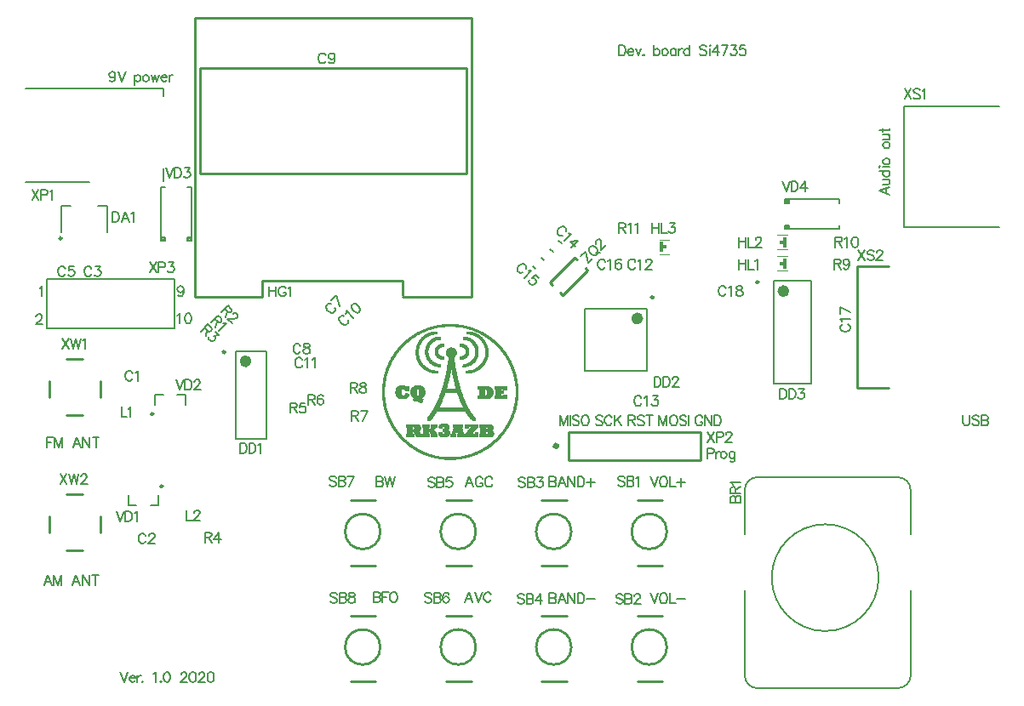
<source format=gto>
G04*
G04 #@! TF.GenerationSoftware,Altium Limited,Altium Designer,19.1.8 (144)*
G04*
G04 Layer_Color=65535*
%FSLAX44Y44*%
%MOMM*%
G71*
G01*
G75*
%ADD10C,0.2540*%
%ADD11C,0.2000*%
%ADD12C,0.2500*%
%ADD13C,0.5000*%
%ADD14C,0.6000*%
%ADD15C,0.1000*%
%ADD16C,0.0254*%
%ADD17C,0.1500*%
%ADD18R,0.3750X1.0750*%
%ADD19R,0.3500X0.3000*%
D10*
X645500Y59000D02*
G03*
X645500Y59000I-17500J0D01*
G01*
Y174000D02*
G03*
X645500Y174000I-17500J0D01*
G01*
X550500Y174000D02*
G03*
X550500Y174000I-17500J0D01*
G01*
Y59000D02*
G03*
X550500Y59000I-17500J0D01*
G01*
X455500Y174000D02*
G03*
X455500Y174000I-17500J0D01*
G01*
Y59000D02*
G03*
X455500Y59000I-17500J0D01*
G01*
X360500Y174000D02*
G03*
X360500Y174000I-17500J0D01*
G01*
Y59000D02*
G03*
X360500Y59000I-17500J0D01*
G01*
X616000Y90000D02*
X641000D01*
X616000Y25000D02*
X641000D01*
X616000Y140000D02*
X641000D01*
X616000Y205000D02*
X641000D01*
X521000Y205000D02*
X546000D01*
X521000Y140000D02*
X546000D01*
X521000Y25000D02*
X546000D01*
X521000Y90000D02*
X546000D01*
X426000Y205000D02*
X451000D01*
X426000Y140000D02*
X451000D01*
X426000Y25000D02*
X451000D01*
X426000Y90000D02*
X451000D01*
X331000Y205000D02*
X356000D01*
X331000Y140000D02*
X356000D01*
X331000Y25000D02*
X356000D01*
X331000Y90000D02*
X356000D01*
X548200Y273000D02*
X679200D01*
X548200Y245000D02*
X679200D01*
Y273000D01*
X548200Y245000D02*
Y273000D01*
X529262Y421990D02*
X554010Y446738D01*
X541990Y409262D02*
X566738Y434010D01*
X554010Y446738D02*
X556309Y444440D01*
X564440Y436309D02*
X566738Y434010D01*
X539515Y411737D02*
X541813Y409438D01*
X529262Y421990D02*
X531560Y419692D01*
X175900Y685300D02*
X450900D01*
X175900D02*
X178400D01*
X180900Y530300D02*
Y635300D01*
Y530300D02*
X445900D01*
Y635300D01*
X180900D02*
X445900D01*
X242900Y407300D02*
Y423800D01*
X382900D01*
Y408800D02*
Y423800D01*
X450900Y407800D02*
Y685300D01*
X175900Y407300D02*
Y685300D01*
X382900Y407800D02*
X450650D01*
X175900Y407300D02*
X242900D01*
X31000Y172800D02*
Y188800D01*
X48000Y155000D02*
X64000D01*
X48000Y210800D02*
X64000D01*
X82000Y172800D02*
Y188800D01*
X31000Y308000D02*
Y324000D01*
X48000Y290200D02*
X64000D01*
X48000Y346000D02*
X64000D01*
X82000Y308000D02*
Y324000D01*
D11*
X735700Y228000D02*
G03*
X723000Y215300I0J-12700D01*
G01*
Y30700D02*
G03*
X735700Y18000I12700J0D01*
G01*
X875300D02*
G03*
X888000Y30700I0J12700D01*
G01*
Y215300D02*
G03*
X875300Y228000I-12700J0D01*
G01*
X856151Y128000D02*
G03*
X856151Y128000I-53151J0D01*
G01*
X28690Y425170D02*
X155690D01*
X28690Y376170D02*
X155690D01*
X28690D02*
Y425170D01*
X155690Y376170D02*
Y425170D01*
X144500Y523000D02*
Y535000D01*
X144500Y607000D02*
Y615000D01*
X7500Y522000D02*
X71500Y522000D01*
X7500Y615000D02*
X144500Y615000D01*
X888000Y171000D02*
Y215300D01*
Y32000D02*
Y115000D01*
X723000Y32000D02*
Y115000D01*
X735700Y228000D02*
X803000D01*
X723000Y171000D02*
Y215300D01*
X735700Y18000D02*
X875300D01*
X803000Y228000D02*
X875300D01*
X79500Y498225D02*
X89000D01*
Y472225D02*
Y498225D01*
X43000D02*
X52500D01*
X43000Y472225D02*
Y498225D01*
X142500Y463000D02*
Y517000D01*
X172500Y463000D02*
Y517000D01*
X168500Y463000D02*
X172500D01*
X142500D02*
X146500D01*
X142500Y517000D02*
X146500D01*
X168500D02*
X172500D01*
X168500Y467000D02*
X171500D01*
X168500Y465000D02*
Y467000D01*
Y463000D02*
Y465000D01*
Y463000D02*
X171500D01*
Y466000D01*
X169500D02*
X171500D01*
X169500Y464000D02*
Y466000D01*
X146500Y463000D02*
Y467000D01*
X143500D02*
X146500D01*
X143500Y464000D02*
Y467000D01*
Y464000D02*
X145500D01*
X143500Y465000D02*
Y466000D01*
X145500Y465000D02*
Y466000D01*
X144500Y465000D02*
X145500D01*
X881250Y597000D02*
X976000D01*
X881250Y477000D02*
Y597000D01*
Y477000D02*
X976000D01*
X537828Y463657D02*
X540657Y460828D01*
X529343Y455172D02*
X532172Y452343D01*
X512343Y438172D02*
X515172Y435343D01*
X520828Y446657D02*
X523657Y443828D01*
X763000Y505000D02*
X817000D01*
X763000Y475000D02*
X817000D01*
X763000D02*
Y479000D01*
Y501000D02*
Y505000D01*
X817000Y501000D02*
Y505000D01*
Y475000D02*
Y479000D01*
X767000Y476000D02*
Y479000D01*
X765000D02*
X767000D01*
X763000D02*
X765000D01*
X763000Y476000D02*
Y479000D01*
Y476000D02*
X766000D01*
Y478000D01*
X764000D02*
X766000D01*
X763000Y501000D02*
X767000D01*
Y504000D01*
X764000D02*
X767000D01*
X764000Y502000D02*
Y504000D01*
X765000D02*
X766000D01*
X765000Y502000D02*
X766000D01*
X765000D02*
Y503000D01*
X110000Y200000D02*
X118000D01*
X110000D02*
Y210000D01*
X132000Y200000D02*
X140000D01*
Y210000D01*
X158500Y310000D02*
X166500D01*
Y300000D02*
Y310000D01*
X136500D02*
X144500D01*
X136500Y300000D02*
Y310000D01*
X216500Y266425D02*
X247500D01*
X216500Y353425D02*
X247500D01*
Y266425D02*
Y353425D01*
X216500Y266425D02*
Y353425D01*
X751500Y321250D02*
X789500D01*
X751500Y423250D02*
X789500D01*
Y321250D02*
Y423250D01*
X751500Y321250D02*
Y423250D01*
X564000Y396000D02*
X564000Y334000D01*
X626000D02*
Y396000D01*
X564000Y334000D02*
X626000D01*
X564000Y396000D02*
X626000D01*
D12*
X43750Y465725D02*
G03*
X43750Y465725I-1250J0D01*
G01*
X144250Y219000D02*
G03*
X144250Y219000I-1250J0D01*
G01*
X134750Y291000D02*
G03*
X134750Y291000I-1250J0D01*
G01*
X206250Y352600D02*
G03*
X206250Y352600I-1250J0D01*
G01*
X736750Y422250D02*
G03*
X736750Y422250I-1250J0D01*
G01*
X632250Y407000D02*
G03*
X632250Y407000I-1250J0D01*
G01*
X835100Y317300D02*
X866100D01*
X835100D02*
Y438300D01*
X866100D01*
D13*
X536200Y259000D02*
G03*
X536200Y259000I-1000J0D01*
G01*
D14*
X229500Y343425D02*
G03*
X229500Y343425I-3000J0D01*
G01*
X764500Y413250D02*
G03*
X764500Y413250I-3000J0D01*
G01*
X619000Y386000D02*
G03*
X619000Y386000I-3000J0D01*
G01*
D15*
X638000Y450000D02*
X648000D01*
X638000Y464000D02*
X648000D01*
X755000Y434000D02*
X765000D01*
X755000Y448000D02*
X765000D01*
X755000Y455000D02*
X765000Y455000D01*
X755000Y469000D02*
X765000D01*
D16*
X424048Y246182D02*
X435224D01*
X421508Y246436D02*
X437764D01*
X419476Y246690D02*
X439796D01*
X417952Y246944D02*
X441320D01*
X416682Y247198D02*
X442844D01*
X415412Y247452D02*
X443860D01*
X414142Y247706D02*
X445130D01*
X413126Y247960D02*
X446146D01*
X435224Y248214D02*
X447162D01*
X412110D02*
X424048D01*
X437764Y248468D02*
X447924D01*
X411348D02*
X421508D01*
X439542Y248722D02*
X448940D01*
X410332D02*
X419476D01*
X441066Y248976D02*
X449702D01*
X409570D02*
X418206D01*
X442590Y249230D02*
X450464D01*
X408808D02*
X416682D01*
X443606Y249484D02*
X451226D01*
X408046D02*
X415666D01*
X444876Y249738D02*
X451988D01*
X407284D02*
X414396D01*
X445892Y249992D02*
X452750D01*
X406522D02*
X413380D01*
X446908Y250246D02*
X453512D01*
X405760D02*
X412364D01*
X447670Y250500D02*
X454020D01*
X405252D02*
X411602D01*
X448686Y250754D02*
X454782D01*
X404490D02*
X410586D01*
X449448Y251008D02*
X455290D01*
X403982D02*
X409824D01*
X450210Y251262D02*
X456052D01*
X403220D02*
X409062D01*
X450972Y251516D02*
X456560D01*
X402712D02*
X408300D01*
X451734Y251770D02*
X457068D01*
X402204D02*
X407538D01*
X452496Y252024D02*
X457576D01*
X401696D02*
X406776D01*
X453004Y252278D02*
X458338D01*
X400934D02*
X406268D01*
X453766Y252532D02*
X458846D01*
X400426D02*
X405506D01*
X454274Y252786D02*
X459354D01*
X399918D02*
X404998D01*
X455036Y253040D02*
X459862D01*
X399410D02*
X404236D01*
X455544Y253294D02*
X460370D01*
X398902D02*
X403728D01*
X456052Y253548D02*
X460878D01*
X398394D02*
X403220D01*
X456560Y253802D02*
X461386D01*
X397886D02*
X402712D01*
X457322Y254056D02*
X461894D01*
X397378D02*
X401950D01*
X457830Y254310D02*
X462148D01*
X397124D02*
X401442D01*
X458338Y254564D02*
X462656D01*
X396616D02*
X400934D01*
X458846Y254818D02*
X463164D01*
X396108D02*
X400426D01*
X459354Y255072D02*
X463672D01*
X395600D02*
X399918D01*
X459862Y255326D02*
X463926D01*
X395346D02*
X399410D01*
X460370Y255580D02*
X464434D01*
X394838D02*
X398902D01*
X460878Y255834D02*
X464942D01*
X394330D02*
X398394D01*
X461386Y256088D02*
X465196D01*
X394076D02*
X398140D01*
X461640Y256342D02*
X465704D01*
X393568D02*
X397632D01*
X462148Y256596D02*
X465958D01*
X393314D02*
X397124D01*
X462656Y256850D02*
X466466D01*
X392806D02*
X396616D01*
X463164Y257104D02*
X466974D01*
X392552D02*
X396362D01*
X463418Y257358D02*
X467228D01*
X392044D02*
X395854D01*
X463926Y257612D02*
X467736D01*
X391790D02*
X395346D01*
X464180Y257866D02*
X467990D01*
X391282D02*
X395092D01*
X464688Y258120D02*
X468244D01*
X391028D02*
X394584D01*
X465196Y258374D02*
X468752D01*
X390520D02*
X394076D01*
X465450Y258628D02*
X469006D01*
X390266D02*
X393822D01*
X465958Y258882D02*
X469514D01*
X389758D02*
X393314D01*
X466212Y259136D02*
X469768D01*
X389504D02*
X393060D01*
X466720Y259390D02*
X470022D01*
X389250D02*
X392552D01*
X466974Y259644D02*
X470530D01*
X388742D02*
X392298D01*
X467228Y259898D02*
X470784D01*
X388488D02*
X392044D01*
X467736Y260152D02*
X471038D01*
X388234D02*
X391536D01*
X467990Y260406D02*
X471292D01*
X387980D02*
X391282D01*
X468498Y260660D02*
X471800D01*
X387472D02*
X390774D01*
X468752Y260914D02*
X472054D01*
X387218D02*
X390520D01*
X469006Y261168D02*
X472308D01*
X386964D02*
X390266D01*
X469514Y261422D02*
X472816D01*
X386710D02*
X389758D01*
X469768Y261676D02*
X473070D01*
X386202D02*
X389504D01*
X470022Y261930D02*
X473324D01*
X385948D02*
X389250D01*
X470276Y262184D02*
X473578D01*
X385694D02*
X388996D01*
X470784Y262438D02*
X473832D01*
X385440D02*
X388488D01*
X471038Y262692D02*
X474086D01*
X385186D02*
X388234D01*
X471292Y262946D02*
X474340D01*
X384932D02*
X387980D01*
X471546Y263200D02*
X474848D01*
X384424D02*
X387726D01*
X472054Y263454D02*
X475102D01*
X384170D02*
X387472D01*
X472308Y263708D02*
X475356D01*
X383916D02*
X386964D01*
X472562Y263962D02*
X475610D01*
X383662D02*
X386710D01*
X472816Y264216D02*
X475864D01*
X383408D02*
X386456D01*
X473070Y264470D02*
X476118D01*
X383154D02*
X386202D01*
X473324Y264724D02*
X476372D01*
X382900D02*
X385948D01*
X473578Y264978D02*
X476626D01*
X382646D02*
X385694D01*
X474086Y265232D02*
X476880D01*
X382392D02*
X385440D01*
X474340Y265486D02*
X477134D01*
X382138D02*
X385186D01*
X474594Y265740D02*
X477388D01*
X381884D02*
X384678D01*
X474848Y265994D02*
X477642D01*
X381630D02*
X384424D01*
X475102Y266248D02*
X477896D01*
X381376D02*
X384170D01*
X475356Y266502D02*
X478150D01*
X381122D02*
X383916D01*
X475610Y266756D02*
X478404D01*
X380868D02*
X383662D01*
X475864Y267010D02*
X478658D01*
X380614D02*
X383408D01*
X476118Y267264D02*
X478912D01*
X380360D02*
X383154D01*
X476372Y267518D02*
X479166D01*
X380106D02*
X382900D01*
X476626Y267772D02*
X479420D01*
X379852D02*
X382646D01*
X476880Y268026D02*
X479674D01*
X379598D02*
X382392D01*
X477134Y268280D02*
X479928D01*
X379344D02*
X382138D01*
X477388Y268534D02*
X480182D01*
X458592D02*
X469514D01*
X444622D02*
X457322D01*
X437256D02*
X444114D01*
X430144D02*
X435478D01*
X421508D02*
X425572D01*
X410332D02*
X416936D01*
X402204D02*
X409062D01*
X396362D02*
X401188D01*
X386202D02*
X393314D01*
X379344D02*
X381884D01*
X477642Y268788D02*
X480182D01*
X458592D02*
X470530D01*
X444622D02*
X457322D01*
X437256D02*
X444114D01*
X430144D02*
X435478D01*
X420746D02*
X426334D01*
X410332D02*
X416936D01*
X402204D02*
X409062D01*
X396108D02*
X401188D01*
X386202D02*
X393314D01*
X379090D02*
X381884D01*
X477642Y269042D02*
X480436D01*
X458592D02*
X471292D01*
X444622D02*
X457322D01*
X437256D02*
X444114D01*
X430144D02*
X435478D01*
X420238D02*
X426842D01*
X410332D02*
X416936D01*
X402204D02*
X409062D01*
X396108D02*
X401188D01*
X386202D02*
X393314D01*
X378836D02*
X381630D01*
X477896Y269296D02*
X480690D01*
X458592D02*
X471546D01*
X444622D02*
X457322D01*
X437256D02*
X444114D01*
X430144D02*
X435478D01*
X419730D02*
X427350D01*
X410332D02*
X416936D01*
X402204D02*
X409062D01*
X395854D02*
X401188D01*
X386202D02*
X393314D01*
X378582D02*
X381376D01*
X478150Y269550D02*
X480944D01*
X458592D02*
X471800D01*
X444622D02*
X457322D01*
X437256D02*
X444114D01*
X430144D02*
X435478D01*
X419476D02*
X427604D01*
X410332D02*
X416936D01*
X402204D02*
X409062D01*
X395854D02*
X401188D01*
X386202D02*
X393314D01*
X378328D02*
X381122D01*
X478404Y269804D02*
X481198D01*
X458592D02*
X472054D01*
X444622D02*
X457322D01*
X437256D02*
X444114D01*
X430144D02*
X435478D01*
X419222D02*
X428112D01*
X410332D02*
X416936D01*
X402204D02*
X409062D01*
X395600D02*
X401188D01*
X386202D02*
X393314D01*
X378074D02*
X380868D01*
X478658Y270058D02*
X481452D01*
X458592D02*
X472308D01*
X444622D02*
X457322D01*
X437256D02*
X444114D01*
X430144D02*
X435478D01*
X418968D02*
X428366D01*
X410332D02*
X416936D01*
X402204D02*
X409062D01*
X395600D02*
X401188D01*
X386202D02*
X393314D01*
X377820D02*
X380614D01*
X478912Y270312D02*
X481706D01*
X458592D02*
X472562D01*
X444622D02*
X457322D01*
X437256D02*
X444114D01*
X430144D02*
X435478D01*
X418714D02*
X428366D01*
X410332D02*
X416936D01*
X402204D02*
X409062D01*
X395346D02*
X401188D01*
X386202D02*
X393314D01*
X377820D02*
X380360D01*
X479166Y270566D02*
X481706D01*
X458592D02*
X472816D01*
X444622D02*
X457322D01*
X437256D02*
X444114D01*
X430144D02*
X435478D01*
X418460D02*
X428620D01*
X410332D02*
X416936D01*
X402204D02*
X409062D01*
X395092D02*
X401188D01*
X386202D02*
X393314D01*
X377566D02*
X380106D01*
X479420Y270820D02*
X481960D01*
X458592D02*
X472816D01*
X444622D02*
X457322D01*
X437256D02*
X444114D01*
X430144D02*
X435478D01*
X418460D02*
X428620D01*
X410332D02*
X416936D01*
X402204D02*
X409062D01*
X395092D02*
X401188D01*
X386202D02*
X393314D01*
X377312D02*
X379852D01*
X479674Y271074D02*
X482214D01*
X458592D02*
X472816D01*
X444622D02*
X457322D01*
X437256D02*
X444114D01*
X430144D02*
X435478D01*
X423794D02*
X428874D01*
X418460D02*
X422778D01*
X410332D02*
X416936D01*
X402204D02*
X409062D01*
X394838D02*
X401188D01*
X386202D02*
X393314D01*
X377058D02*
X379598D01*
X479674Y271328D02*
X482468D01*
X466466D02*
X473070D01*
X458592D02*
X464688D01*
X454274D02*
X457322D01*
X444622D02*
X450718D01*
X438526D02*
X444114D01*
X430144D02*
X434462D01*
X424302D02*
X428874D01*
X418206D02*
X422016D01*
X410332D02*
X416936D01*
X402204D02*
X409062D01*
X394838D02*
X401188D01*
X386202D02*
X393314D01*
X376804D02*
X379598D01*
X479928Y271582D02*
X482722D01*
X467228D02*
X473070D01*
X459608D02*
X464688D01*
X454274D02*
X457322D01*
X444876D02*
X450972D01*
X438272D02*
X443098D01*
X431414D02*
X434462D01*
X424556D02*
X428874D01*
X418206D02*
X421762D01*
X410840D02*
X416174D01*
X403220D02*
X408046D01*
X394584D02*
X400172D01*
X387218D02*
X392298D01*
X376804D02*
X379344D01*
X480182Y271836D02*
X482722D01*
X467482D02*
X473070D01*
X459608D02*
X464688D01*
X454274D02*
X457322D01*
X445130D02*
X451226D01*
X438272D02*
X443098D01*
X431414D02*
X434716D01*
X424556D02*
X429128D01*
X418206D02*
X421762D01*
X410586D02*
X415920D01*
X403220D02*
X408046D01*
X394584D02*
X399918D01*
X387218D02*
X392298D01*
X376550D02*
X379090D01*
X480436Y272090D02*
X482976D01*
X467482D02*
X473070D01*
X459608D02*
X464688D01*
X454274D02*
X457322D01*
X445384D02*
X451480D01*
X438272D02*
X442844D01*
X431414D02*
X434716D01*
X424810D02*
X429128D01*
X418206D02*
X421508D01*
X410332D02*
X415666D01*
X403220D02*
X408046D01*
X394330D02*
X399664D01*
X387218D02*
X392298D01*
X376296D02*
X378836D01*
X480690Y272344D02*
X483230D01*
X467482D02*
X473070D01*
X459608D02*
X464688D01*
X454274D02*
X457322D01*
X445638D02*
X451734D01*
X438018D02*
X442844D01*
X431668D02*
X434716D01*
X424810D02*
X429128D01*
X417952D02*
X421508D01*
X410078D02*
X415666D01*
X403220D02*
X408046D01*
X394330D02*
X399664D01*
X387218D02*
X392298D01*
X376042D02*
X378582D01*
X480944Y272598D02*
X483484D01*
X467482D02*
X472816D01*
X459608D02*
X464688D01*
X454274D02*
X457322D01*
X445892D02*
X451988D01*
X438018D02*
X442590D01*
X431668D02*
X434970D01*
X424810D02*
X428874D01*
X417952D02*
X421508D01*
X409824D02*
X415412D01*
X403220D02*
X408046D01*
X394076D02*
X399410D01*
X387218D02*
X392298D01*
X375788D02*
X378582D01*
X480944Y272852D02*
X483484D01*
X467482D02*
X472816D01*
X459608D02*
X464688D01*
X454274D02*
X457322D01*
X446146D02*
X452242D01*
X431668D02*
X442590D01*
X424556D02*
X428874D01*
X418968D02*
X421508D01*
X409824D02*
X415158D01*
X403220D02*
X408046D01*
X394076D02*
X399156D01*
X387218D02*
X392298D01*
X375788D02*
X378328D01*
X481198Y273106D02*
X483738D01*
X467482D02*
X472816D01*
X459608D02*
X464688D01*
X446400D02*
X452496D01*
X431922D02*
X442590D01*
X424556D02*
X428874D01*
X409570D02*
X414904D01*
X403220D02*
X408046D01*
X393822D02*
X399156D01*
X387218D02*
X392298D01*
X375534D02*
X378074D01*
X481452Y273360D02*
X483992D01*
X467228D02*
X472562D01*
X459608D02*
X464688D01*
X446654D02*
X452750D01*
X431922D02*
X442336D01*
X424302D02*
X428874D01*
X409316D02*
X414904D01*
X403220D02*
X408046D01*
X393822D02*
X398902D01*
X387218D02*
X392298D01*
X375280D02*
X377820D01*
X481706Y273614D02*
X484246D01*
X466466D02*
X472562D01*
X459608D02*
X464688D01*
X446654D02*
X453004D01*
X432176D02*
X442336D01*
X424048D02*
X428620D01*
X409062D02*
X414650D01*
X403220D02*
X408046D01*
X387218D02*
X398902D01*
X375026D02*
X377566D01*
X481706Y273868D02*
X484246D01*
X459608D02*
X472308D01*
X446908D02*
X453258D01*
X432176D02*
X442336D01*
X423286D02*
X428366D01*
X409062D02*
X414396D01*
X403220D02*
X408046D01*
X387218D02*
X398648D01*
X375026D02*
X377566D01*
X481960Y274122D02*
X484500D01*
X459608D02*
X472054D01*
X447162D02*
X453258D01*
X432176D02*
X442082D01*
X422778D02*
X428366D01*
X408808D02*
X414142D01*
X403220D02*
X408046D01*
X387218D02*
X398394D01*
X374772D02*
X377312D01*
X482214Y274376D02*
X484754D01*
X459608D02*
X471800D01*
X447416D02*
X453512D01*
X437510D02*
X442082D01*
X432430D02*
X435478D01*
X422778D02*
X428112D01*
X408554D02*
X413888D01*
X403220D02*
X408046D01*
X387218D02*
X398648D01*
X374518D02*
X377058D01*
X482468Y274630D02*
X484754D01*
X459608D02*
X471292D01*
X447670D02*
X453766D01*
X437510D02*
X442082D01*
X432430D02*
X435478D01*
X422778D02*
X427604D01*
X408300D02*
X413888D01*
X403220D02*
X408046D01*
X387218D02*
X399156D01*
X374518D02*
X376804D01*
X482468Y274884D02*
X485008D01*
X459608D02*
X470784D01*
X447924D02*
X454020D01*
X437256D02*
X441828D01*
X432430D02*
X435732D01*
X422778D02*
X427096D01*
X408300D02*
X413634D01*
X403220D02*
X408046D01*
X387218D02*
X399410D01*
X374264D02*
X376804D01*
X482722Y275138D02*
X485262D01*
X459608D02*
X470530D01*
X448178D02*
X454274D01*
X437256D02*
X441828D01*
X432684D02*
X435732D01*
X422778D02*
X426842D01*
X408300D02*
X413380D01*
X403220D02*
X408046D01*
X387218D02*
X399664D01*
X374010D02*
X376550D01*
X482976Y275392D02*
X485516D01*
X459608D02*
X471292D01*
X448432D02*
X454528D01*
X437256D02*
X441574D01*
X432684D02*
X435732D01*
X422778D02*
X427350D01*
X408554D02*
X413126D01*
X403220D02*
X408046D01*
X387218D02*
X399664D01*
X373756D02*
X376296D01*
X483230Y275646D02*
X485516D01*
X459608D02*
X471546D01*
X448432D02*
X454782D01*
X437002D02*
X441574D01*
X432684D02*
X435986D01*
X422778D02*
X427604D01*
X408808D02*
X413380D01*
X403220D02*
X408046D01*
X387218D02*
X399918D01*
X373756D02*
X376296D01*
X483230Y275900D02*
X485770D01*
X459608D02*
X471800D01*
X448686D02*
X455036D01*
X437002D02*
X441574D01*
X432938D02*
X435986D01*
X422778D02*
X427858D01*
X409316D02*
X413634D01*
X403220D02*
X408046D01*
X394076D02*
X399918D01*
X387218D02*
X392298D01*
X373502D02*
X376042D01*
X483484Y276154D02*
X486024D01*
X466466D02*
X472054D01*
X459608D02*
X464688D01*
X448940D02*
X455290D01*
X437002D02*
X441320D01*
X432938D02*
X435986D01*
X423032D02*
X428112D01*
X409570D02*
X413888D01*
X403220D02*
X408046D01*
X394838D02*
X400172D01*
X387218D02*
X392298D01*
X373248D02*
X375788D01*
X483738Y276408D02*
X486024D01*
X467228D02*
X472308D01*
X459608D02*
X464688D01*
X449194D02*
X455544D01*
X436748D02*
X441320D01*
X433192D02*
X436240D01*
X423794D02*
X428112D01*
X409824D02*
X414142D01*
X403220D02*
X408046D01*
X394838D02*
X400172D01*
X387218D02*
X392298D01*
X373248D02*
X375534D01*
X483738Y276662D02*
X486278D01*
X467228D02*
X472308D01*
X459608D02*
X464688D01*
X449448D02*
X455798D01*
X436748D02*
X441320D01*
X433192D02*
X436240D01*
X424048D02*
X428366D01*
X410078D02*
X414396D01*
X403220D02*
X408046D01*
X395092D02*
X400172D01*
X387218D02*
X392298D01*
X372994D02*
X375534D01*
X483992Y276916D02*
X486278D01*
X467482D02*
X472562D01*
X459608D02*
X464688D01*
X449702D02*
X456052D01*
X444876D02*
X447924D01*
X436748D02*
X441066D01*
X433192D02*
X436240D01*
X424302D02*
X428366D01*
X410332D02*
X414650D01*
X403220D02*
X408046D01*
X395092D02*
X400172D01*
X387218D02*
X392298D01*
X372994D02*
X375280D01*
X484246Y277170D02*
X486532D01*
X467228D02*
X472562D01*
X459608D02*
X464688D01*
X449956D02*
X456052D01*
X444876D02*
X447924D01*
X436748D02*
X441066D01*
X433446D02*
X436494D01*
X424302D02*
X428620D01*
X410586D02*
X414904D01*
X403220D02*
X408046D01*
X395092D02*
X400172D01*
X387218D02*
X392298D01*
X372740D02*
X375026D01*
X484246Y277424D02*
X486786D01*
X467228D02*
X472562D01*
X459608D02*
X464688D01*
X450210D02*
X456306D01*
X444876D02*
X447924D01*
X433446D02*
X440812D01*
X424302D02*
X428620D01*
X418714D02*
X421762D01*
X410840D02*
X415158D01*
X403220D02*
X408046D01*
X394838D02*
X400172D01*
X387218D02*
X392298D01*
X372486D02*
X375026D01*
X484500Y277678D02*
X486786D01*
X467228D02*
X472562D01*
X459608D02*
X464688D01*
X450464D02*
X456560D01*
X444876D02*
X447924D01*
X433446D02*
X440812D01*
X424302D02*
X428620D01*
X418206D02*
X422016D01*
X411094D02*
X415412D01*
X403220D02*
X408046D01*
X394838D02*
X400172D01*
X387218D02*
X392298D01*
X372486D02*
X374772D01*
X484754Y277932D02*
X487040D01*
X466466D02*
X472562D01*
X458592D02*
X464688D01*
X450464D02*
X456814D01*
X444876D02*
X447924D01*
X432684D02*
X441828D01*
X424302D02*
X428620D01*
X418206D02*
X422016D01*
X410332D02*
X416682D01*
X402204D02*
X409062D01*
X394076D02*
X400172D01*
X386202D02*
X392298D01*
X372232D02*
X374518D01*
X484754Y278186D02*
X487294D01*
X458592D02*
X472562D01*
X450718D02*
X457068D01*
X444876D02*
X447924D01*
X432684D02*
X441828D01*
X424302D02*
X428620D01*
X418460D02*
X422016D01*
X410332D02*
X416682D01*
X402204D02*
X409062D01*
X393314D02*
X400172D01*
X386202D02*
X392298D01*
X371978D02*
X374518D01*
X485008Y278440D02*
X487294D01*
X458592D02*
X472308D01*
X444876D02*
X457322D01*
X432684D02*
X441828D01*
X424048D02*
X428366D01*
X418460D02*
X422270D01*
X410332D02*
X416682D01*
X402204D02*
X409062D01*
X386202D02*
X399918D01*
X371978D02*
X374264D01*
X485262Y278694D02*
X487548D01*
X458592D02*
X472308D01*
X444876D02*
X457322D01*
X432684D02*
X441828D01*
X423540D02*
X428366D01*
X418460D02*
X422778D01*
X410332D02*
X416682D01*
X402204D02*
X409062D01*
X386202D02*
X399918D01*
X371724D02*
X374264D01*
X485262Y278948D02*
X487548D01*
X458592D02*
X472308D01*
X444876D02*
X457322D01*
X432684D02*
X441828D01*
X418460D02*
X428366D01*
X410332D02*
X416682D01*
X402204D02*
X409062D01*
X386202D02*
X399664D01*
X371724D02*
X374010D01*
X485516Y279202D02*
X487802D01*
X458592D02*
X472054D01*
X444876D02*
X457322D01*
X432684D02*
X441828D01*
X418714D02*
X428112D01*
X410332D02*
X416682D01*
X402204D02*
X409062D01*
X386202D02*
X399410D01*
X371470D02*
X373756D01*
X485516Y279456D02*
X488056D01*
X458592D02*
X471800D01*
X444876D02*
X457322D01*
X432684D02*
X441828D01*
X418714D02*
X428112D01*
X410332D02*
X416682D01*
X402204D02*
X409062D01*
X386202D02*
X399410D01*
X371216D02*
X373756D01*
X485770Y279710D02*
X488056D01*
X458592D02*
X471546D01*
X444876D02*
X457322D01*
X432684D02*
X441828D01*
X418968D02*
X427858D01*
X410332D02*
X416682D01*
X402204D02*
X409062D01*
X386202D02*
X399156D01*
X371216D02*
X373502D01*
X486024Y279964D02*
X488310D01*
X458592D02*
X471292D01*
X444876D02*
X457322D01*
X432684D02*
X441828D01*
X419222D02*
X427604D01*
X410332D02*
X416682D01*
X402204D02*
X409062D01*
X386202D02*
X398648D01*
X370962D02*
X373248D01*
X486024Y280218D02*
X488310D01*
X458592D02*
X471038D01*
X444876D02*
X457322D01*
X432684D02*
X441828D01*
X419476D02*
X427350D01*
X410332D02*
X416682D01*
X402204D02*
X409062D01*
X386202D02*
X398394D01*
X370962D02*
X373248D01*
X486278Y280472D02*
X488564D01*
X458592D02*
X470530D01*
X444876D02*
X457322D01*
X432684D02*
X441828D01*
X419730D02*
X427096D01*
X410332D02*
X416682D01*
X402204D02*
X409062D01*
X386202D02*
X397886D01*
X370708D02*
X372994D01*
X486278Y280726D02*
X488818D01*
X458592D02*
X469514D01*
X444876D02*
X457322D01*
X432684D02*
X441828D01*
X420238D02*
X426842D01*
X410332D02*
X416682D01*
X402204D02*
X409062D01*
X386202D02*
X396870D01*
X370708D02*
X372994D01*
X486532Y280980D02*
X488818D01*
X420746D02*
X426334D01*
X370454D02*
X372740D01*
X486532Y281234D02*
X489072D01*
X421508D02*
X425572D01*
X370200D02*
X372740D01*
X486786Y281488D02*
X489072D01*
X370200D02*
X372486D01*
X487040Y281742D02*
X489326D01*
X369946D02*
X372232D01*
X487040Y281996D02*
X489326D01*
X369946D02*
X372232D01*
X487294Y282250D02*
X489580D01*
X369692D02*
X371978D01*
X487294Y282504D02*
X489580D01*
X369692D02*
X371978D01*
X487548Y282758D02*
X489834D01*
X369438D02*
X371724D01*
X487548Y283012D02*
X489834D01*
X369438D02*
X371724D01*
X487802Y283266D02*
X490088D01*
X369184D02*
X371470D01*
X487802Y283520D02*
X490088D01*
X369184D02*
X371470D01*
X488056Y283774D02*
X490342D01*
X368930D02*
X371216D01*
X488056Y284028D02*
X490342D01*
X368930D02*
X371216D01*
X488310Y284282D02*
X490596D01*
X368676D02*
X370962D01*
X488310Y284536D02*
X490596D01*
X368676D02*
X370962D01*
X488564Y284790D02*
X490850D01*
X452496D02*
X453512D01*
X407792D02*
X409570D01*
X368422D02*
X370708D01*
X488564Y285044D02*
X490850D01*
X451734D02*
X454274D01*
X407284D02*
X409824D01*
X368422D02*
X370708D01*
X488818Y285298D02*
X491104D01*
X451480D02*
X454528D01*
X407284D02*
X410332D01*
X368168D02*
X370454D01*
X488818Y285552D02*
X491104D01*
X451226D02*
X454528D01*
X407030D02*
X410586D01*
X368168D02*
X370454D01*
X489072Y285806D02*
X491104D01*
X450972D02*
X454528D01*
X407030D02*
X410586D01*
X368168D02*
X370200D01*
X489072Y286060D02*
X491358D01*
X450718D02*
X454782D01*
X407030D02*
X410840D01*
X367914D02*
X370200D01*
X489326Y286314D02*
X491358D01*
X450464D02*
X454782D01*
X407030D02*
X411094D01*
X367914D02*
X369946D01*
X489326Y286568D02*
X491612D01*
X450210D02*
X454782D01*
X407030D02*
X411348D01*
X367660D02*
X369946D01*
X489580Y286822D02*
X491612D01*
X449956D02*
X454782D01*
X407030D02*
X411348D01*
X367660D02*
X369946D01*
X489580Y287076D02*
X491866D01*
X449702D02*
X454528D01*
X407030D02*
X411856D01*
X367406D02*
X369692D01*
X489580Y287330D02*
X491866D01*
X449448D02*
X454528D01*
X407030D02*
X411856D01*
X367406D02*
X369692D01*
X489834Y287584D02*
X492120D01*
X449448D02*
X454274D01*
X407284D02*
X412110D01*
X367406D02*
X369438D01*
X489834Y287838D02*
X492120D01*
X449194D02*
X454020D01*
X407538D02*
X412364D01*
X367152D02*
X369438D01*
X490088Y288092D02*
X492120D01*
X448940D02*
X453766D01*
X407792D02*
X412364D01*
X367152D02*
X369184D01*
X490088Y288346D02*
X492374D01*
X448686D02*
X453512D01*
X408046D02*
X412618D01*
X366898D02*
X369184D01*
X490342Y288600D02*
X492374D01*
X448432D02*
X453258D01*
X408046D02*
X412872D01*
X366898D02*
X369184D01*
X490342Y288854D02*
X492374D01*
X448178D02*
X453004D01*
X408300D02*
X412872D01*
X366898D02*
X368930D01*
X490342Y289108D02*
X492628D01*
X448178D02*
X452750D01*
X408554D02*
X413126D01*
X366644D02*
X368930D01*
X490596Y289362D02*
X492628D01*
X447924D02*
X452496D01*
X408808D02*
X413380D01*
X366644D02*
X368676D01*
X490596Y289616D02*
X492882D01*
X447670D02*
X452496D01*
X409062D02*
X413634D01*
X366390D02*
X368676D01*
X490596Y289870D02*
X492882D01*
X447670D02*
X452242D01*
X409062D02*
X413634D01*
X366390D02*
X368676D01*
X490850Y290124D02*
X492882D01*
X447416D02*
X451988D01*
X409316D02*
X413888D01*
X366390D02*
X368422D01*
X490850Y290378D02*
X493136D01*
X447162D02*
X451734D01*
X409570D02*
X414142D01*
X366136D02*
X368422D01*
X491104Y290632D02*
X493136D01*
X446908D02*
X451480D01*
X409824D02*
X414142D01*
X366136D02*
X368168D01*
X491104Y290886D02*
X493136D01*
X446908D02*
X451480D01*
X409824D02*
X414396D01*
X366136D02*
X368168D01*
X491104Y291140D02*
X493390D01*
X446654D02*
X451226D01*
X410078D02*
X414650D01*
X365882D02*
X368168D01*
X491358Y291394D02*
X493390D01*
X446400D02*
X450972D01*
X410332D02*
X414650D01*
X365882D02*
X367914D01*
X491358Y291648D02*
X493390D01*
X446400D02*
X450972D01*
X410332D02*
X414904D01*
X365882D02*
X367914D01*
X491358Y291902D02*
X493644D01*
X446146D02*
X450718D01*
X410586D02*
X415158D01*
X365628D02*
X367914D01*
X491612Y292156D02*
X493644D01*
X445892D02*
X450464D01*
X410840D02*
X415158D01*
X365628D02*
X367660D01*
X491612Y292410D02*
X493898D01*
X445892D02*
X450210D01*
X410840D02*
X415412D01*
X365628D02*
X367660D01*
X491612Y292664D02*
X493898D01*
X445638D02*
X449956D01*
X411094D02*
X415412D01*
X365374D02*
X367660D01*
X491866Y292918D02*
X493898D01*
X445638D02*
X449956D01*
X411348D02*
X415666D01*
X365374D02*
X367406D01*
X491866Y293172D02*
X494152D01*
X445384D02*
X449702D01*
X411602D02*
X415920D01*
X365374D02*
X367406D01*
X491866Y293426D02*
X494152D01*
X445130D02*
X449448D01*
X411602D02*
X415920D01*
X365120D02*
X367406D01*
X492120Y293680D02*
X494152D01*
X445130D02*
X449448D01*
X411856D02*
X416174D01*
X365120D02*
X367152D01*
X492120Y293934D02*
X494152D01*
X444876D02*
X449194D01*
X411856D02*
X416428D01*
X365120D02*
X367152D01*
X492120Y294188D02*
X494406D01*
X444622D02*
X449194D01*
X412110D02*
X416428D01*
X364866D02*
X367152D01*
X492374Y294442D02*
X494406D01*
X412110D02*
X448940D01*
X364866D02*
X366898D01*
X492374Y294696D02*
X494406D01*
X412364D02*
X448686D01*
X364866D02*
X366898D01*
X492374Y294950D02*
X494660D01*
X412618D02*
X448686D01*
X364866D02*
X366898D01*
X492628Y295204D02*
X494660D01*
X412618D02*
X448432D01*
X364612D02*
X366898D01*
X492628Y295458D02*
X494660D01*
X412872D02*
X448432D01*
X364612D02*
X366644D01*
X492628Y295712D02*
X494660D01*
X412872D02*
X448178D01*
X364612D02*
X366644D01*
X492628Y295966D02*
X494914D01*
X413126D02*
X447924D01*
X364358D02*
X366644D01*
X492882Y296220D02*
X494914D01*
X413126D02*
X447924D01*
X364358D02*
X366390D01*
X492882Y296474D02*
X494914D01*
X413380D02*
X447670D01*
X364358D02*
X366390D01*
X492882Y296728D02*
X494914D01*
X413634D02*
X447670D01*
X364358D02*
X366390D01*
X492882Y296982D02*
X495168D01*
X413634D02*
X447416D01*
X364104D02*
X366390D01*
X493136Y297236D02*
X495168D01*
X413888D02*
X447162D01*
X364104D02*
X366136D01*
X493136Y297490D02*
X495168D01*
X413888D02*
X447162D01*
X364104D02*
X366136D01*
X493136Y297744D02*
X495168D01*
X414142D02*
X446908D01*
X364104D02*
X366136D01*
X493136Y297998D02*
X495422D01*
X442590D02*
X446908D01*
X414142D02*
X418460D01*
X363850D02*
X366136D01*
X493390Y298252D02*
X495422D01*
X442590D02*
X446908D01*
X414396D02*
X418714D01*
X363850D02*
X365882D01*
X493390Y298506D02*
X495422D01*
X442590D02*
X446654D01*
X414396D02*
X418714D01*
X363850D02*
X365882D01*
X493390Y298760D02*
X495422D01*
X442336D02*
X446400D01*
X414650D02*
X418968D01*
X363850D02*
X365882D01*
X493390Y299014D02*
X495676D01*
X442336D02*
X446400D01*
X414650D02*
X418968D01*
X363850D02*
X365882D01*
X493644Y299268D02*
X495676D01*
X442082D02*
X446146D01*
X414904D02*
X418968D01*
X363596D02*
X365882D01*
X493644Y299522D02*
X495676D01*
X442082D02*
X446146D01*
X414904D02*
X419222D01*
X363596D02*
X365628D01*
X493644Y299776D02*
X495676D01*
X441828D02*
X445892D01*
X415158D02*
X419222D01*
X363596D02*
X365628D01*
X493644Y300030D02*
X495676D01*
X441828D02*
X445892D01*
X415412D02*
X419476D01*
X363596D02*
X365628D01*
X493644Y300284D02*
X495930D01*
X441574D02*
X445638D01*
X415412D02*
X419730D01*
X363342D02*
X365628D01*
X493898Y300538D02*
X495930D01*
X441574D02*
X445638D01*
X415666D02*
X419730D01*
X363342D02*
X365374D01*
X493898Y300792D02*
X495930D01*
X441320D02*
X445384D01*
X415666D02*
X419730D01*
X363342D02*
X365374D01*
X493898Y301046D02*
X495930D01*
X441320D02*
X445384D01*
X415666D02*
X419984D01*
X363342D02*
X365374D01*
X493898Y301300D02*
X495930D01*
X441066D02*
X445130D01*
X415920D02*
X419984D01*
X363342D02*
X365374D01*
X493898Y301554D02*
X495930D01*
X441066D02*
X445130D01*
X416174D02*
X420238D01*
X363342D02*
X365374D01*
X494152Y301808D02*
X496184D01*
X441066D02*
X444876D01*
X416174D02*
X420238D01*
X363088D02*
X365374D01*
X494152Y302062D02*
X496184D01*
X440812D02*
X444876D01*
X416428D02*
X420492D01*
X363088D02*
X365120D01*
X494152Y302316D02*
X496184D01*
X440812D02*
X444876D01*
X416428D02*
X420492D01*
X363088D02*
X365120D01*
X494152Y302570D02*
X496184D01*
X440558D02*
X444622D01*
X416428D02*
X420492D01*
X363088D02*
X365120D01*
X494152Y302824D02*
X496184D01*
X440558D02*
X444622D01*
X416682D02*
X420746D01*
X399918D02*
X401696D01*
X363088D02*
X365120D01*
X494152Y303078D02*
X496438D01*
X440304D02*
X444368D01*
X416682D02*
X421000D01*
X399156D02*
X401696D01*
X363088D02*
X365120D01*
X494406Y303332D02*
X496438D01*
X440304D02*
X444368D01*
X416682D02*
X421000D01*
X398648D02*
X401696D01*
X362834D02*
X364866D01*
X494406Y303586D02*
X496438D01*
X440304D02*
X444368D01*
X416936D02*
X421254D01*
X397886D02*
X401950D01*
X362834D02*
X364866D01*
X494406Y303840D02*
X496438D01*
X440050D02*
X444114D01*
X417190D02*
X421254D01*
X397378D02*
X401950D01*
X393822D02*
X394076D01*
X362834D02*
X364866D01*
X494406Y304094D02*
X496438D01*
X440050D02*
X443860D01*
X417190D02*
X421254D01*
X396362D02*
X402204D01*
X393568D02*
X394838D01*
X362834D02*
X364866D01*
X494406Y304348D02*
X496438D01*
X439796D02*
X443860D01*
X417190D02*
X421508D01*
X393314D02*
X402204D01*
X362834D02*
X364866D01*
X494406Y304602D02*
X496438D01*
X439796D02*
X443860D01*
X417444D02*
X421508D01*
X393314D02*
X402204D01*
X362834D02*
X364866D01*
X494406Y304856D02*
X496438D01*
X439796D02*
X443606D01*
X417444D02*
X421508D01*
X393060D02*
X402204D01*
X362834D02*
X364866D01*
X494406Y305110D02*
X496692D01*
X439542D02*
X443606D01*
X417698D02*
X421762D01*
X392806D02*
X402458D01*
X362834D02*
X364866D01*
X494660Y305364D02*
X496692D01*
X439542D02*
X443352D01*
X417698D02*
X421762D01*
X392552D02*
X402458D01*
X362580D02*
X364612D01*
X494660Y305618D02*
X496692D01*
X439288D02*
X443352D01*
X417952D02*
X422016D01*
X401950D02*
X402712D01*
X392552D02*
X401188D01*
X362580D02*
X364612D01*
X494660Y305872D02*
X496692D01*
X439288D02*
X443352D01*
X417952D02*
X422016D01*
X393060D02*
X399918D01*
X362580D02*
X364612D01*
X494660Y306126D02*
X496692D01*
X439034D02*
X443098D01*
X417952D02*
X422016D01*
X393314D02*
X399156D01*
X362580D02*
X364612D01*
X494660Y306380D02*
X496692D01*
X439034D02*
X443098D01*
X418206D02*
X422270D01*
X394076D02*
X398394D01*
X380360D02*
X384424D01*
X362580D02*
X364612D01*
X494660Y306634D02*
X496692D01*
X473832D02*
X486024D01*
X457576D02*
X467482D01*
X439034D02*
X442844D01*
X418206D02*
X422270D01*
X394838D02*
X399410D01*
X379598D02*
X385186D01*
X362580D02*
X364612D01*
X494660Y306888D02*
X496692D01*
X473832D02*
X486024D01*
X457576D02*
X468244D01*
X438780D02*
X442844D01*
X418460D02*
X422524D01*
X394076D02*
X400426D01*
X378836D02*
X385694D01*
X362580D02*
X364612D01*
X494660Y307142D02*
X496692D01*
X473832D02*
X486024D01*
X457576D02*
X469006D01*
X438780D02*
X442844D01*
X418460D02*
X422524D01*
X393822D02*
X400934D01*
X378328D02*
X386202D01*
X362580D02*
X364612D01*
X494660Y307396D02*
X496692D01*
X473832D02*
X486024D01*
X457576D02*
X469514D01*
X438780D02*
X442590D01*
X418714D02*
X422778D01*
X393314D02*
X401442D01*
X377820D02*
X386710D01*
X362580D02*
X364612D01*
X494914Y307650D02*
X496946D01*
X473832D02*
X486024D01*
X457576D02*
X469768D01*
X438526D02*
X442590D01*
X418714D02*
X422778D01*
X393060D02*
X401696D01*
X377566D02*
X386964D01*
X362580D02*
X364612D01*
X494914Y307904D02*
X496946D01*
X473832D02*
X486024D01*
X457576D02*
X470022D01*
X438526D02*
X442336D01*
X418714D02*
X422778D01*
X392806D02*
X402204D01*
X377312D02*
X387218D01*
X362326D02*
X364358D01*
X494914Y308158D02*
X496946D01*
X473832D02*
X486024D01*
X457576D02*
X470276D01*
X438272D02*
X442336D01*
X418968D02*
X423032D01*
X392552D02*
X402458D01*
X377058D02*
X387472D01*
X362326D02*
X364358D01*
X494914Y308412D02*
X496946D01*
X473832D02*
X486024D01*
X457576D02*
X470530D01*
X438272D02*
X442336D01*
X418968D02*
X423032D01*
X392298D02*
X402712D01*
X376804D02*
X387472D01*
X362326D02*
X364358D01*
X494914Y308666D02*
X496946D01*
X473832D02*
X486024D01*
X457576D02*
X470784D01*
X438272D02*
X442082D01*
X419222D02*
X423032D01*
X392044D02*
X402966D01*
X376804D02*
X387726D01*
X362326D02*
X364358D01*
X494914Y308920D02*
X496946D01*
X473832D02*
X486024D01*
X457576D02*
X471038D01*
X438018D02*
X442082D01*
X419222D02*
X423286D01*
X391790D02*
X403220D01*
X376550D02*
X387980D01*
X362326D02*
X364358D01*
X494914Y309174D02*
X496946D01*
X473832D02*
X486024D01*
X457576D02*
X471292D01*
X438018D02*
X441828D01*
X419476D02*
X423286D01*
X391536D02*
X403220D01*
X376296D02*
X387980D01*
X362326D02*
X364358D01*
X494914Y309428D02*
X496946D01*
X473832D02*
X486024D01*
X457576D02*
X471292D01*
X438018D02*
X441828D01*
X419476D02*
X423540D01*
X391282D02*
X403474D01*
X383408D02*
X388234D01*
X376296D02*
X382646D01*
X362326D02*
X364358D01*
X494914Y309682D02*
X496946D01*
X482468D02*
X486024D01*
X474848D02*
X479928D01*
X464688D02*
X471546D01*
X458592D02*
X463672D01*
X437764D02*
X441828D01*
X419476D02*
X423540D01*
X397886D02*
X403728D01*
X391282D02*
X397124D01*
X384170D02*
X388234D01*
X376042D02*
X381884D01*
X362326D02*
X364358D01*
X494914Y309936D02*
X496946D01*
X482468D02*
X486024D01*
X474848D02*
X479928D01*
X465704D02*
X471546D01*
X458592D02*
X463672D01*
X437764D02*
X441574D01*
X419476D02*
X423540D01*
X398394D02*
X403728D01*
X391028D02*
X396616D01*
X384424D02*
X388488D01*
X376042D02*
X381630D01*
X362326D02*
X364358D01*
X494914Y310190D02*
X496946D01*
X482468D02*
X486024D01*
X474848D02*
X479928D01*
X465958D02*
X471800D01*
X458592D02*
X463672D01*
X437764D02*
X441574D01*
X419730D02*
X423794D01*
X398648D02*
X403982D01*
X390774D02*
X396362D01*
X384678D02*
X388488D01*
X375788D02*
X381376D01*
X362326D02*
X364358D01*
X494914Y310444D02*
X496946D01*
X482468D02*
X486024D01*
X474848D02*
X479928D01*
X466212D02*
X471800D01*
X458592D02*
X463672D01*
X437510D02*
X441574D01*
X419730D02*
X423794D01*
X398648D02*
X404236D01*
X390774D02*
X396108D01*
X384678D02*
X388488D01*
X375788D02*
X381376D01*
X362326D02*
X364358D01*
X494914Y310698D02*
X496946D01*
X474848D02*
X479928D01*
X466466D02*
X471800D01*
X458592D02*
X463672D01*
X437510D02*
X441574D01*
X419730D02*
X423794D01*
X398902D02*
X404236D01*
X390774D02*
X396108D01*
X384932D02*
X388742D01*
X375534D02*
X381376D01*
X362326D02*
X364358D01*
X494914Y310952D02*
X496946D01*
X474848D02*
X479928D01*
X466466D02*
X472054D01*
X458592D02*
X463672D01*
X437510D02*
X441320D01*
X419984D02*
X424048D01*
X398902D02*
X404236D01*
X390520D02*
X396108D01*
X384932D02*
X388742D01*
X375534D02*
X381122D01*
X362326D02*
X364358D01*
X494914Y311206D02*
X496946D01*
X474848D02*
X479928D01*
X466466D02*
X472054D01*
X458592D02*
X463672D01*
X437256D02*
X441320D01*
X419984D02*
X424048D01*
X398902D02*
X404490D01*
X390520D02*
X396108D01*
X384932D02*
X387980D01*
X375534D02*
X381122D01*
X362326D02*
X364358D01*
X494914Y311460D02*
X496946D01*
X474848D02*
X479928D01*
X466720D02*
X472054D01*
X458592D02*
X463672D01*
X437256D02*
X441066D01*
X420238D02*
X424048D01*
X398902D02*
X404490D01*
X390520D02*
X396108D01*
X385186D02*
X387218D01*
X375534D02*
X381122D01*
X362326D02*
X364358D01*
X494914Y311714D02*
X496946D01*
X474848D02*
X482468D01*
X466720D02*
X472054D01*
X458592D02*
X463672D01*
X437256D02*
X441066D01*
X420238D02*
X424302D01*
X398902D02*
X404490D01*
X390266D02*
X395854D01*
X385186D02*
X386456D01*
X375534D02*
X381122D01*
X362326D02*
X364358D01*
X494914Y311968D02*
X496946D01*
X474848D02*
X482468D01*
X466720D02*
X472054D01*
X458592D02*
X463672D01*
X437002D02*
X441066D01*
X420238D02*
X424302D01*
X398902D02*
X404490D01*
X390266D02*
X395854D01*
X385186D02*
X385948D01*
X375280D02*
X381122D01*
X362326D02*
X364358D01*
X494914Y312222D02*
X496946D01*
X474848D02*
X482468D01*
X466720D02*
X472308D01*
X458592D02*
X463672D01*
X437002D02*
X440812D01*
X420492D02*
X424556D01*
X398902D02*
X404490D01*
X390266D02*
X395854D01*
X375280D02*
X381122D01*
X362326D02*
X364358D01*
X494914Y312476D02*
X496946D01*
X474848D02*
X482468D01*
X466720D02*
X472308D01*
X458592D02*
X463672D01*
X420492D02*
X440812D01*
X398902D02*
X404744D01*
X390266D02*
X395854D01*
X375280D02*
X380868D01*
X362326D02*
X364358D01*
X494914Y312730D02*
X496946D01*
X474848D02*
X482468D01*
X466720D02*
X472308D01*
X458592D02*
X463672D01*
X420492D02*
X440812D01*
X398902D02*
X404744D01*
X390266D02*
X395854D01*
X375280D02*
X380868D01*
X362326D02*
X364358D01*
X494914Y312984D02*
X496946D01*
X474848D02*
X482468D01*
X466720D02*
X472308D01*
X458592D02*
X463672D01*
X420746D02*
X440812D01*
X398902D02*
X404744D01*
X390266D02*
X395854D01*
X375280D02*
X380868D01*
X362326D02*
X364358D01*
X494914Y313238D02*
X496946D01*
X474848D02*
X482468D01*
X466720D02*
X472308D01*
X458592D02*
X463672D01*
X420746D02*
X440558D01*
X399156D02*
X404744D01*
X390266D02*
X395854D01*
X375280D02*
X380868D01*
X362326D02*
X364358D01*
X494914Y313492D02*
X496946D01*
X474848D02*
X482468D01*
X466720D02*
X472054D01*
X458592D02*
X463672D01*
X421000D02*
X440558D01*
X398902D02*
X404744D01*
X390266D02*
X395854D01*
X375280D02*
X381122D01*
X362326D02*
X364358D01*
X494914Y313746D02*
X496946D01*
X474848D02*
X482468D01*
X466720D02*
X472054D01*
X458592D02*
X463672D01*
X421000D02*
X440304D01*
X398902D02*
X404744D01*
X390266D02*
X395854D01*
X375280D02*
X381122D01*
X362326D02*
X364358D01*
X494914Y314000D02*
X496946D01*
X474848D02*
X482468D01*
X466720D02*
X472054D01*
X458592D02*
X463672D01*
X421000D02*
X440304D01*
X398902D02*
X404490D01*
X390266D02*
X395854D01*
X375534D02*
X381122D01*
X362326D02*
X364358D01*
X494914Y314254D02*
X496946D01*
X474848D02*
X479928D01*
X466466D02*
X472054D01*
X458592D02*
X463672D01*
X421254D02*
X440304D01*
X398902D02*
X404490D01*
X390520D02*
X395854D01*
X375534D02*
X381122D01*
X362326D02*
X364358D01*
X494914Y314508D02*
X496946D01*
X474848D02*
X479928D01*
X466466D02*
X471800D01*
X458592D02*
X463672D01*
X421254D02*
X440304D01*
X398902D02*
X404490D01*
X390520D02*
X396108D01*
X385186D02*
X388234D01*
X375534D02*
X381122D01*
X362326D02*
X364358D01*
X494914Y314762D02*
X496946D01*
X474848D02*
X479928D01*
X466466D02*
X471800D01*
X458592D02*
X463672D01*
X421254D02*
X440050D01*
X398902D02*
X404490D01*
X390520D02*
X396108D01*
X384932D02*
X388234D01*
X375534D02*
X381122D01*
X362326D02*
X364358D01*
X494914Y315016D02*
X496946D01*
X482468D02*
X486024D01*
X474848D02*
X479928D01*
X466212D02*
X471800D01*
X458592D02*
X463672D01*
X421508D02*
X440050D01*
X398902D02*
X404236D01*
X390520D02*
X396108D01*
X384932D02*
X388234D01*
X375788D02*
X381376D01*
X362326D02*
X364358D01*
X494914Y315270D02*
X496946D01*
X482468D02*
X486024D01*
X474848D02*
X479928D01*
X466212D02*
X471546D01*
X458592D02*
X463672D01*
X421508D02*
X440050D01*
X398902D02*
X404236D01*
X390774D02*
X396108D01*
X384678D02*
X388234D01*
X375788D02*
X381376D01*
X362326D02*
X364358D01*
X494914Y315524D02*
X496946D01*
X482468D02*
X486024D01*
X474848D02*
X479928D01*
X465958D02*
X471546D01*
X458592D02*
X463672D01*
X421508D02*
X439796D01*
X398648D02*
X404236D01*
X390774D02*
X396108D01*
X384424D02*
X388234D01*
X375788D02*
X381376D01*
X362326D02*
X364358D01*
X494914Y315778D02*
X496946D01*
X482468D02*
X486024D01*
X474848D02*
X479674D01*
X465704D02*
X471292D01*
X458592D02*
X463672D01*
X421762D02*
X439796D01*
X398648D02*
X403982D01*
X391028D02*
X396362D01*
X384424D02*
X388234D01*
X376042D02*
X381630D01*
X362326D02*
X364358D01*
X494914Y316032D02*
X496946D01*
X473832D02*
X486024D01*
X464688D02*
X471292D01*
X457576D02*
X463672D01*
X435732D02*
X439796D01*
X421762D02*
X425826D01*
X398394D02*
X403982D01*
X391028D02*
X396616D01*
X383916D02*
X388234D01*
X376042D02*
X381884D01*
X362326D02*
X364358D01*
X494914Y316286D02*
X496946D01*
X473832D02*
X486024D01*
X457576D02*
X471038D01*
X435732D02*
X439542D01*
X421762D02*
X425826D01*
X397886D02*
X403728D01*
X391282D02*
X397124D01*
X383408D02*
X388234D01*
X376296D02*
X382392D01*
X362326D02*
X364358D01*
X494914Y316540D02*
X496946D01*
X473832D02*
X486024D01*
X457576D02*
X470784D01*
X435732D02*
X439542D01*
X421762D02*
X425826D01*
X391536D02*
X403474D01*
X376296D02*
X388234D01*
X362326D02*
X364358D01*
X494914Y316794D02*
X496946D01*
X473832D02*
X486024D01*
X457576D02*
X470784D01*
X435732D02*
X439542D01*
X422016D02*
X425826D01*
X391536D02*
X403474D01*
X376550D02*
X388234D01*
X362326D02*
X364358D01*
X494914Y317048D02*
X496946D01*
X473832D02*
X486024D01*
X457576D02*
X470530D01*
X435478D02*
X439288D01*
X422016D02*
X425826D01*
X391790D02*
X403220D01*
X376550D02*
X388234D01*
X362326D02*
X364358D01*
X494914Y317302D02*
X496946D01*
X473832D02*
X486024D01*
X457576D02*
X470276D01*
X435478D02*
X439288D01*
X422016D02*
X426080D01*
X392044D02*
X402966D01*
X376804D02*
X388234D01*
X362326D02*
X364358D01*
X494914Y317556D02*
X496946D01*
X473832D02*
X486024D01*
X457576D02*
X470022D01*
X435478D02*
X439288D01*
X422270D02*
X426080D01*
X392298D02*
X402712D01*
X377058D02*
X388234D01*
X362326D02*
X364358D01*
X494914Y317810D02*
X496946D01*
X473832D02*
X486024D01*
X457576D02*
X469514D01*
X435224D02*
X439288D01*
X422270D02*
X426080D01*
X392552D02*
X402458D01*
X377312D02*
X388234D01*
X362326D02*
X364358D01*
X494914Y318064D02*
X496946D01*
X473832D02*
X486024D01*
X457576D02*
X469006D01*
X435224D02*
X439288D01*
X422270D02*
X426334D01*
X392806D02*
X402204D01*
X377566D02*
X388234D01*
X362326D02*
X364358D01*
X494914Y318318D02*
X496946D01*
X473832D02*
X486024D01*
X457576D02*
X468498D01*
X435224D02*
X439034D01*
X422524D02*
X426334D01*
X393314D02*
X401950D01*
X377820D02*
X388234D01*
X362326D02*
X364358D01*
X494914Y318572D02*
X496946D01*
X473832D02*
X486024D01*
X457576D02*
X467990D01*
X435224D02*
X439034D01*
X422524D02*
X426334D01*
X393568D02*
X401442D01*
X385186D02*
X388234D01*
X378328D02*
X384932D01*
X362326D02*
X364358D01*
X494914Y318826D02*
X496946D01*
X473832D02*
X486024D01*
X457576D02*
X466974D01*
X434970D02*
X439034D01*
X422524D02*
X426334D01*
X394076D02*
X400934D01*
X385186D02*
X388234D01*
X378582D02*
X384678D01*
X362580D02*
X364612D01*
X494660Y319080D02*
X496692D01*
X434970D02*
X438780D01*
X422778D02*
X426588D01*
X394584D02*
X400426D01*
X379090D02*
X384170D01*
X362580D02*
X364612D01*
X494660Y319334D02*
X496692D01*
X434970D02*
X438780D01*
X422778D02*
X426588D01*
X395600D02*
X399410D01*
X379852D02*
X383408D01*
X362580D02*
X364612D01*
X494660Y319588D02*
X496692D01*
X434970D02*
X438780D01*
X422778D02*
X426588D01*
X362580D02*
X364612D01*
X494660Y319842D02*
X496692D01*
X434716D02*
X438526D01*
X423032D02*
X426842D01*
X362580D02*
X364612D01*
X494660Y320096D02*
X496692D01*
X434716D02*
X438526D01*
X423032D02*
X426842D01*
X362580D02*
X364612D01*
X494660Y320350D02*
X496692D01*
X434716D02*
X438526D01*
X423032D02*
X426842D01*
X362580D02*
X364612D01*
X494660Y320604D02*
X496692D01*
X434462D02*
X438526D01*
X423032D02*
X426842D01*
X362580D02*
X364612D01*
X494660Y320858D02*
X496692D01*
X434462D02*
X438272D01*
X423286D02*
X427096D01*
X362580D02*
X364612D01*
X494660Y321112D02*
X496692D01*
X434462D02*
X438272D01*
X423286D02*
X427096D01*
X362580D02*
X364612D01*
X494406Y321366D02*
X496692D01*
X434208D02*
X438272D01*
X423286D02*
X427096D01*
X362834D02*
X364866D01*
X494406Y321620D02*
X496438D01*
X434208D02*
X438272D01*
X423286D02*
X427096D01*
X362834D02*
X364866D01*
X494406Y321874D02*
X496438D01*
X434208D02*
X438018D01*
X423286D02*
X427350D01*
X362834D02*
X364866D01*
X494406Y322128D02*
X496438D01*
X434208D02*
X438018D01*
X423540D02*
X427350D01*
X362834D02*
X364866D01*
X494406Y322382D02*
X496438D01*
X434208D02*
X438018D01*
X423540D02*
X427350D01*
X362834D02*
X364866D01*
X494406Y322636D02*
X496438D01*
X434208D02*
X437764D01*
X423540D02*
X427604D01*
X362834D02*
X364866D01*
X494406Y322890D02*
X496438D01*
X433954D02*
X437764D01*
X423794D02*
X427604D01*
X362834D02*
X364866D01*
X494406Y323144D02*
X496438D01*
X433954D02*
X437764D01*
X423794D02*
X427604D01*
X362834D02*
X364866D01*
X494152Y323398D02*
X496184D01*
X433954D02*
X437764D01*
X423794D02*
X427604D01*
X363088D02*
X365120D01*
X494152Y323652D02*
X496184D01*
X433700D02*
X437510D01*
X423794D02*
X427858D01*
X363088D02*
X365120D01*
X494152Y323906D02*
X496184D01*
X433700D02*
X437764D01*
X424048D02*
X427858D01*
X363088D02*
X365120D01*
X494152Y324160D02*
X496184D01*
X433700D02*
X437510D01*
X424048D02*
X427858D01*
X363088D02*
X365120D01*
X494152Y324414D02*
X496184D01*
X433700D02*
X437510D01*
X424048D02*
X428112D01*
X363088D02*
X365120D01*
X493898Y324668D02*
X496184D01*
X433700D02*
X437510D01*
X424048D02*
X428112D01*
X363088D02*
X365374D01*
X493898Y324922D02*
X495930D01*
X433446D02*
X437256D01*
X424302D02*
X428112D01*
X363342D02*
X365374D01*
X493898Y325176D02*
X495930D01*
X433446D02*
X437256D01*
X424302D02*
X428112D01*
X363342D02*
X365374D01*
X493898Y325430D02*
X495930D01*
X433446D02*
X437256D01*
X424302D02*
X428366D01*
X363342D02*
X365374D01*
X493898Y325684D02*
X495930D01*
X433446D02*
X437256D01*
X424556D02*
X428366D01*
X363342D02*
X365374D01*
X493898Y325938D02*
X495930D01*
X433192D02*
X437002D01*
X424556D02*
X428366D01*
X363342D02*
X365374D01*
X493644Y326192D02*
X495930D01*
X433192D02*
X437002D01*
X424556D02*
X428366D01*
X363342D02*
X365628D01*
X493644Y326446D02*
X495676D01*
X433192D02*
X437002D01*
X424556D02*
X428366D01*
X363596D02*
X365628D01*
X493644Y326700D02*
X495676D01*
X433192D02*
X437002D01*
X424810D02*
X428620D01*
X363596D02*
X365628D01*
X493644Y326954D02*
X495676D01*
X432938D02*
X437002D01*
X424810D02*
X428620D01*
X363596D02*
X365628D01*
X493644Y327208D02*
X495676D01*
X432938D02*
X436748D01*
X424810D02*
X428620D01*
X363596D02*
X365628D01*
X493390Y327462D02*
X495676D01*
X432938D02*
X436748D01*
X424810D02*
X428620D01*
X363850D02*
X365882D01*
X493390Y327716D02*
X495422D01*
X432938D02*
X436748D01*
X424810D02*
X428620D01*
X363850D02*
X365882D01*
X493390Y327970D02*
X495422D01*
X432684D02*
X436748D01*
X425064D02*
X428874D01*
X363850D02*
X365882D01*
X493390Y328224D02*
X495422D01*
X432684D02*
X436494D01*
X425064D02*
X428874D01*
X363850D02*
X365882D01*
X493136Y328478D02*
X495422D01*
X432684D02*
X436494D01*
X425064D02*
X428874D01*
X363850D02*
X366136D01*
X493136Y328732D02*
X495168D01*
X432684D02*
X436494D01*
X425064D02*
X429128D01*
X364104D02*
X366136D01*
X493136Y328986D02*
X495168D01*
X432684D02*
X436494D01*
X425064D02*
X429128D01*
X364104D02*
X366136D01*
X493136Y329240D02*
X495168D01*
X432684D02*
X436240D01*
X425318D02*
X429128D01*
X364104D02*
X366136D01*
X492882Y329494D02*
X495168D01*
X432430D02*
X436240D01*
X425318D02*
X429128D01*
X364104D02*
X366390D01*
X492882Y329748D02*
X494914D01*
X432430D02*
X436240D01*
X425318D02*
X429128D01*
X364358D02*
X366390D01*
X492882Y330002D02*
X494914D01*
X432430D02*
X436240D01*
X425572D02*
X429128D01*
X364358D02*
X366390D01*
X492882Y330256D02*
X494914D01*
X432430D02*
X436240D01*
X425572D02*
X429382D01*
X364358D02*
X366390D01*
X492628Y330510D02*
X494914D01*
X432176D02*
X435986D01*
X425572D02*
X429382D01*
X364358D02*
X366644D01*
X492628Y330764D02*
X494660D01*
X432176D02*
X435986D01*
X425572D02*
X429382D01*
X364612D02*
X366644D01*
X492628Y331018D02*
X494660D01*
X432176D02*
X435986D01*
X425572D02*
X429382D01*
X364612D02*
X366644D01*
X492374Y331272D02*
X494660D01*
X432176D02*
X435986D01*
X425826D02*
X429636D01*
X364612D02*
X366898D01*
X492374Y331526D02*
X494660D01*
X431922D02*
X435986D01*
X425826D02*
X429636D01*
X364866D02*
X366898D01*
X492374Y331780D02*
X494406D01*
X431922D02*
X435732D01*
X425826D02*
X429636D01*
X364866D02*
X366898D01*
X492374Y332034D02*
X494406D01*
X445384D02*
X448940D01*
X431922D02*
X435732D01*
X425826D02*
X429636D01*
X413888D02*
X417444D01*
X364866D02*
X366898D01*
X492120Y332288D02*
X494406D01*
X445384D02*
X450718D01*
X431922D02*
X435732D01*
X425826D02*
X429890D01*
X412364D02*
X417444D01*
X364866D02*
X367152D01*
X492120Y332542D02*
X494152D01*
X445384D02*
X451480D01*
X431922D02*
X435732D01*
X426080D02*
X429890D01*
X411348D02*
X417444D01*
X365120D02*
X367152D01*
X492120Y332796D02*
X494152D01*
X445384D02*
X452496D01*
X431922D02*
X435732D01*
X426080D02*
X429890D01*
X410332D02*
X417444D01*
X365120D02*
X367152D01*
X491866Y333050D02*
X494152D01*
X445638D02*
X453258D01*
X431668D02*
X435478D01*
X426080D02*
X429890D01*
X409570D02*
X417444D01*
X365120D02*
X367406D01*
X491866Y333304D02*
X494152D01*
X445638D02*
X454020D01*
X431668D02*
X435478D01*
X426080D02*
X429890D01*
X408808D02*
X417444D01*
X365374D02*
X367406D01*
X491866Y333558D02*
X493898D01*
X445638D02*
X454528D01*
X431668D02*
X435478D01*
X426080D02*
X429890D01*
X408300D02*
X417444D01*
X365374D02*
X367406D01*
X491612Y333812D02*
X493898D01*
X445638D02*
X455036D01*
X431668D02*
X435478D01*
X426334D02*
X429890D01*
X407792D02*
X417444D01*
X365374D02*
X367660D01*
X491612Y334066D02*
X493644D01*
X445638D02*
X455544D01*
X431668D02*
X435478D01*
X426334D02*
X429890D01*
X407284D02*
X417190D01*
X365628D02*
X367660D01*
X491612Y334320D02*
X493644D01*
X448178D02*
X456306D01*
X431414D02*
X435224D01*
X426334D02*
X430144D01*
X406776D02*
X414396D01*
X365628D02*
X367660D01*
X491358Y334574D02*
X493644D01*
X449956D02*
X456560D01*
X431414D02*
X435224D01*
X426334D02*
X430144D01*
X406268D02*
X412872D01*
X365628D02*
X367914D01*
X491358Y334828D02*
X493390D01*
X450972D02*
X457068D01*
X431414D02*
X435224D01*
X426334D02*
X430144D01*
X405760D02*
X411602D01*
X365882D02*
X367914D01*
X491358Y335082D02*
X493390D01*
X451988D02*
X457576D01*
X431414D02*
X435224D01*
X426588D02*
X430144D01*
X405252D02*
X410840D01*
X365882D02*
X367914D01*
X491104Y335336D02*
X493390D01*
X452750D02*
X457830D01*
X431414D02*
X435224D01*
X426588D02*
X430144D01*
X404998D02*
X410078D01*
X365882D02*
X368168D01*
X491104Y335590D02*
X493136D01*
X453258D02*
X458338D01*
X431414D02*
X434970D01*
X426588D02*
X430398D01*
X404490D02*
X409316D01*
X366136D02*
X368168D01*
X491104Y335844D02*
X493136D01*
X453766D02*
X458592D01*
X431160D02*
X434970D01*
X426588D02*
X430398D01*
X404236D02*
X408808D01*
X366136D02*
X368168D01*
X490850Y336098D02*
X493136D01*
X454528D02*
X458846D01*
X431160D02*
X434970D01*
X426588D02*
X430398D01*
X403982D02*
X408300D01*
X366136D02*
X368422D01*
X490850Y336352D02*
X492882D01*
X455036D02*
X459354D01*
X431160D02*
X434970D01*
X426588D02*
X430398D01*
X403474D02*
X407792D01*
X366390D02*
X368422D01*
X490596Y336606D02*
X492882D01*
X455290D02*
X459608D01*
X431160D02*
X434970D01*
X426588D02*
X430652D01*
X403220D02*
X407284D01*
X366390D02*
X368676D01*
X490596Y336860D02*
X492882D01*
X455798D02*
X459862D01*
X431160D02*
X434716D01*
X426842D02*
X430652D01*
X402966D02*
X407030D01*
X366390D02*
X368676D01*
X490596Y337114D02*
X492628D01*
X456306D02*
X460116D01*
X431160D02*
X434716D01*
X426842D02*
X430652D01*
X402712D02*
X406522D01*
X366644D02*
X368676D01*
X490342Y337368D02*
X492628D01*
X456560D02*
X460624D01*
X431160D02*
X434716D01*
X426842D02*
X430652D01*
X402458D02*
X406014D01*
X366644D02*
X368930D01*
X490342Y337622D02*
X492374D01*
X457068D02*
X460878D01*
X430906D02*
X434716D01*
X426842D02*
X430652D01*
X401950D02*
X405760D01*
X366898D02*
X368930D01*
X490088Y337876D02*
X492374D01*
X457322D02*
X461132D01*
X430906D02*
X434716D01*
X427096D02*
X430652D01*
X401696D02*
X405252D01*
X366898D02*
X369184D01*
X490088Y338130D02*
X492374D01*
X457576D02*
X461386D01*
X430906D02*
X434716D01*
X427096D02*
X430652D01*
X401442D02*
X404998D01*
X366898D02*
X369184D01*
X490088Y338384D02*
X492120D01*
X458084D02*
X461640D01*
X442336D02*
X445384D01*
X430906D02*
X434716D01*
X427096D02*
X430652D01*
X417190D02*
X420238D01*
X401188D02*
X404744D01*
X367152D02*
X369184D01*
X489834Y338638D02*
X492120D01*
X458338D02*
X461894D01*
X442336D02*
X446654D01*
X427096D02*
X434462D01*
X416174D02*
X420238D01*
X401188D02*
X404490D01*
X367152D02*
X369438D01*
X489834Y338892D02*
X491866D01*
X458592D02*
X461894D01*
X442336D02*
X447670D01*
X427096D02*
X434462D01*
X415158D02*
X420238D01*
X400934D02*
X404236D01*
X367406D02*
X369438D01*
X489580Y339146D02*
X491866D01*
X458846D02*
X462148D01*
X442336D02*
X448178D01*
X427096D02*
X434462D01*
X414396D02*
X420238D01*
X400680D02*
X403728D01*
X367406D02*
X369692D01*
X489580Y339400D02*
X491866D01*
X459100D02*
X462402D01*
X442590D02*
X448940D01*
X427096D02*
X434462D01*
X413888D02*
X420238D01*
X400426D02*
X403474D01*
X367406D02*
X369692D01*
X489326Y339654D02*
X491612D01*
X459354D02*
X462656D01*
X442590D02*
X449448D01*
X427350D02*
X434462D01*
X413380D02*
X420238D01*
X400172D02*
X403220D01*
X367660D02*
X369946D01*
X489326Y339908D02*
X491612D01*
X459608D02*
X462910D01*
X442590D02*
X449956D01*
X427350D02*
X434462D01*
X412872D02*
X420238D01*
X399918D02*
X402966D01*
X367660D02*
X369946D01*
X489326Y340162D02*
X491358D01*
X459862D02*
X463164D01*
X442590D02*
X450210D01*
X427350D02*
X434208D01*
X412364D02*
X420238D01*
X399664D02*
X402712D01*
X367914D02*
X370200D01*
X489072Y340416D02*
X491358D01*
X460116D02*
X463164D01*
X442590D02*
X450718D01*
X427350D02*
X434208D01*
X411856D02*
X420238D01*
X399664D02*
X402458D01*
X367914D02*
X370200D01*
X489072Y340670D02*
X491104D01*
X460370D02*
X463418D01*
X442590D02*
X451226D01*
X427350D02*
X434208D01*
X411602D02*
X420238D01*
X399410D02*
X402458D01*
X368168D02*
X370200D01*
X488818Y340924D02*
X491104D01*
X460624D02*
X463672D01*
X444876D02*
X451480D01*
X427350D02*
X434208D01*
X411094D02*
X418206D01*
X399156D02*
X402204D01*
X368168D02*
X370454D01*
X488818Y341178D02*
X491104D01*
X460878D02*
X463926D01*
X446146D02*
X451734D01*
X427604D02*
X434208D01*
X410840D02*
X416682D01*
X399156D02*
X401950D01*
X368422D02*
X370454D01*
X488564Y341432D02*
X490850D01*
X460878D02*
X463926D01*
X446908D02*
X452242D01*
X427604D02*
X434208D01*
X410586D02*
X415920D01*
X398902D02*
X401696D01*
X368422D02*
X370708D01*
X488564Y341686D02*
X490850D01*
X461132D02*
X464180D01*
X447670D02*
X452496D01*
X427604D02*
X433954D01*
X410078D02*
X415158D01*
X398648D02*
X401442D01*
X368422D02*
X370708D01*
X488310Y341940D02*
X490596D01*
X461386D02*
X464180D01*
X448178D02*
X452750D01*
X427604D02*
X433954D01*
X409824D02*
X414650D01*
X398648D02*
X401442D01*
X368676D02*
X370962D01*
X488310Y342194D02*
X490596D01*
X461640D02*
X464434D01*
X448686D02*
X453004D01*
X427604D02*
X433954D01*
X409570D02*
X414142D01*
X398394D02*
X401188D01*
X368676D02*
X370962D01*
X488056Y342448D02*
X490342D01*
X461894D02*
X464688D01*
X449194D02*
X453258D01*
X427604D02*
X433954D01*
X409316D02*
X413634D01*
X398140D02*
X400934D01*
X368930D02*
X371216D01*
X488056Y342702D02*
X490342D01*
X461894D02*
X464688D01*
X449448D02*
X453512D01*
X427858D02*
X433700D01*
X409062D02*
X413126D01*
X398140D02*
X400934D01*
X368930D02*
X371216D01*
X487802Y342956D02*
X490088D01*
X462148D02*
X464942D01*
X449956D02*
X453766D01*
X427858D02*
X433700D01*
X408808D02*
X412872D01*
X397886D02*
X400680D01*
X369184D02*
X371470D01*
X487802Y343210D02*
X490088D01*
X462148D02*
X464942D01*
X450210D02*
X454020D01*
X427858D02*
X433700D01*
X408554D02*
X412364D01*
X397886D02*
X400426D01*
X369184D02*
X371470D01*
X487548Y343464D02*
X489834D01*
X462402D02*
X465196D01*
X450464D02*
X454274D01*
X427858D02*
X433700D01*
X408554D02*
X412110D01*
X397632D02*
X400426D01*
X369438D02*
X371724D01*
X487548Y343718D02*
X489834D01*
X462656D02*
X465196D01*
X450718D02*
X454528D01*
X427858D02*
X433700D01*
X408300D02*
X411856D01*
X397632D02*
X400172D01*
X369438D02*
X371724D01*
X487294Y343972D02*
X489580D01*
X462656D02*
X465450D01*
X451226D02*
X454528D01*
X427858D02*
X433700D01*
X408046D02*
X411602D01*
X397378D02*
X400172D01*
X369692D02*
X371978D01*
X487294Y344226D02*
X489580D01*
X462910D02*
X465450D01*
X451480D02*
X454782D01*
X427858D02*
X433700D01*
X407792D02*
X411348D01*
X397378D02*
X399918D01*
X369692D02*
X371978D01*
X487040Y344480D02*
X489326D01*
X462910D02*
X465704D01*
X451480D02*
X455036D01*
X428112D02*
X433700D01*
X407792D02*
X411094D01*
X397124D02*
X399918D01*
X369946D02*
X372232D01*
X487040Y344734D02*
X489326D01*
X463164D02*
X465704D01*
X451734D02*
X455036D01*
X428112D02*
X433700D01*
X407538D02*
X410840D01*
X397124D02*
X399664D01*
X369946D02*
X372232D01*
X486786Y344988D02*
X489072D01*
X463164D02*
X465704D01*
X451988D02*
X455290D01*
X428112D02*
X433446D01*
X407284D02*
X410586D01*
X397124D02*
X399664D01*
X370200D02*
X372486D01*
X486532Y345242D02*
X489072D01*
X463418D02*
X465958D01*
X452242D02*
X455544D01*
X428112D02*
X433446D01*
X407284D02*
X410332D01*
X396870D02*
X399410D01*
X370200D02*
X372740D01*
X486532Y345496D02*
X488818D01*
X463418D02*
X465958D01*
X452496D02*
X455544D01*
X428112D02*
X433446D01*
X422270D02*
X422778D01*
X407030D02*
X410078D01*
X396870D02*
X399410D01*
X370454D02*
X372740D01*
X486278Y345750D02*
X488564D01*
X463672D02*
X466212D01*
X452750D02*
X455798D01*
X439796D02*
X441828D01*
X428112D02*
X433446D01*
X420492D02*
X423032D01*
X406776D02*
X410078D01*
X396616D02*
X399156D01*
X370708D02*
X372994D01*
X486278Y346004D02*
X488564D01*
X463672D02*
X466212D01*
X452750D02*
X455798D01*
X439542D02*
X442844D01*
X428112D02*
X433446D01*
X419730D02*
X423032D01*
X406776D02*
X409824D01*
X396616D02*
X399156D01*
X370708D02*
X372994D01*
X486024Y346258D02*
X488310D01*
X463672D02*
X466212D01*
X453004D02*
X456052D01*
X439796D02*
X443352D01*
X428112D02*
X433446D01*
X419222D02*
X423032D01*
X406522D02*
X409570D01*
X396616D02*
X399156D01*
X370962D02*
X373248D01*
X486024Y346512D02*
X488310D01*
X463672D02*
X466466D01*
X453258D02*
X456052D01*
X439542D02*
X443860D01*
X428112D02*
X433446D01*
X418714D02*
X423032D01*
X406522D02*
X409316D01*
X396362D02*
X398902D01*
X370962D02*
X373502D01*
X485770Y346766D02*
X488056D01*
X463926D02*
X466466D01*
X453258D02*
X456306D01*
X439796D02*
X444368D01*
X428366D02*
X433192D01*
X418206D02*
X423032D01*
X406268D02*
X409316D01*
X396362D02*
X398902D01*
X371216D02*
X373502D01*
X485516Y347020D02*
X488056D01*
X463926D02*
X466466D01*
X453512D02*
X456306D01*
X439796D02*
X444876D01*
X428366D02*
X433192D01*
X417952D02*
X423032D01*
X406268D02*
X409062D01*
X396362D02*
X398648D01*
X371216D02*
X373756D01*
X485516Y347274D02*
X487802D01*
X464180D02*
X466466D01*
X453512D02*
X456560D01*
X439796D02*
X445130D01*
X428366D02*
X433192D01*
X417698D02*
X423032D01*
X406014D02*
X409062D01*
X396362D02*
X398648D01*
X371470D02*
X373756D01*
X485262Y347528D02*
X487548D01*
X464180D02*
X466720D01*
X453766D02*
X456560D01*
X439796D02*
X445384D01*
X428366D02*
X433192D01*
X417444D02*
X423032D01*
X406014D02*
X408808D01*
X396108D02*
X398648D01*
X371724D02*
X374010D01*
X485008Y347782D02*
X487548D01*
X464180D02*
X466720D01*
X453766D02*
X456560D01*
X439796D02*
X445892D01*
X428366D02*
X433192D01*
X416936D02*
X423032D01*
X406014D02*
X408808D01*
X396108D02*
X398648D01*
X371724D02*
X374264D01*
X485008Y348036D02*
X487294D01*
X464434D02*
X466720D01*
X454020D02*
X456814D01*
X439796D02*
X446146D01*
X428112D02*
X433446D01*
X416682D02*
X423032D01*
X405760D02*
X408554D01*
X396108D02*
X398394D01*
X371978D02*
X374264D01*
X484754Y348290D02*
X487294D01*
X464434D02*
X466974D01*
X454020D02*
X456814D01*
X440050D02*
X446146D01*
X427604D02*
X433700D01*
X416682D02*
X422778D01*
X405760D02*
X408554D01*
X396108D02*
X398394D01*
X371978D02*
X374518D01*
X484754Y348544D02*
X487040D01*
X464434D02*
X466974D01*
X454274D02*
X457068D01*
X441828D02*
X446400D01*
X427350D02*
X434208D01*
X416428D02*
X421000D01*
X405760D02*
X408554D01*
X395854D02*
X398394D01*
X372232D02*
X374772D01*
X484500Y348798D02*
X486786D01*
X464434D02*
X466974D01*
X454274D02*
X457068D01*
X442336D02*
X446654D01*
X427096D02*
X434462D01*
X416174D02*
X420492D01*
X405506D02*
X408300D01*
X395854D02*
X398394D01*
X372486D02*
X374772D01*
X484246Y349052D02*
X486786D01*
X464688D02*
X466974D01*
X454274D02*
X457068D01*
X442844D02*
X446908D01*
X426842D02*
X434716D01*
X415920D02*
X419984D01*
X405506D02*
X408300D01*
X395854D02*
X398140D01*
X372486D02*
X375026D01*
X484246Y349306D02*
X486532D01*
X464688D02*
X466974D01*
X454528D02*
X457068D01*
X443352D02*
X447162D01*
X426588D02*
X434716D01*
X415920D02*
X419476D01*
X405506D02*
X408046D01*
X395854D02*
X398140D01*
X372740D02*
X375026D01*
X483992Y349560D02*
X486278D01*
X464688D02*
X466974D01*
X454528D02*
X457322D01*
X443606D02*
X447162D01*
X426588D02*
X434970D01*
X415666D02*
X419222D01*
X405252D02*
X408046D01*
X395854D02*
X398140D01*
X372994D02*
X375280D01*
X483738Y349814D02*
X486278D01*
X464688D02*
X467228D01*
X454528D02*
X457322D01*
X443860D02*
X447416D01*
X426334D02*
X435224D01*
X415412D02*
X418968D01*
X405252D02*
X408046D01*
X395854D02*
X398140D01*
X372994D02*
X375534D01*
X483738Y350068D02*
X486024D01*
X464688D02*
X467228D01*
X454782D02*
X457322D01*
X444114D02*
X447416D01*
X426334D02*
X435224D01*
X415412D02*
X418714D01*
X405252D02*
X408046D01*
X395600D02*
X398140D01*
X373248D02*
X375534D01*
X483484Y350322D02*
X486024D01*
X464688D02*
X467228D01*
X454782D02*
X457322D01*
X444368D02*
X447670D01*
X426080D02*
X435478D01*
X415158D02*
X418460D01*
X405252D02*
X407792D01*
X395600D02*
X398140D01*
X373502D02*
X375788D01*
X483230Y350576D02*
X485770D01*
X464688D02*
X467228D01*
X454782D02*
X457322D01*
X444622D02*
X447670D01*
X426080D02*
X435478D01*
X415158D02*
X418206D01*
X405252D02*
X407792D01*
X395600D02*
X397886D01*
X373502D02*
X376042D01*
X482976Y350830D02*
X485516D01*
X464688D02*
X467228D01*
X454782D02*
X457576D01*
X444876D02*
X447670D01*
X426080D02*
X435478D01*
X415158D02*
X417952D01*
X404998D02*
X407792D01*
X395600D02*
X397886D01*
X373756D02*
X376296D01*
X482976Y351084D02*
X485516D01*
X464942D02*
X467228D01*
X454782D02*
X457576D01*
X444876D02*
X447924D01*
X425826D02*
X435732D01*
X414904D02*
X417952D01*
X404998D02*
X407792D01*
X395600D02*
X397886D01*
X374010D02*
X376296D01*
X482722Y351338D02*
X485262D01*
X464942D02*
X467228D01*
X455036D02*
X457576D01*
X445130D02*
X447924D01*
X425826D02*
X435732D01*
X414904D02*
X417698D01*
X404998D02*
X407792D01*
X395600D02*
X397886D01*
X374010D02*
X376550D01*
X482468Y351592D02*
X485008D01*
X464942D02*
X467228D01*
X455036D02*
X457576D01*
X445130D02*
X447924D01*
X425826D02*
X435732D01*
X414904D02*
X417698D01*
X404998D02*
X407538D01*
X395600D02*
X397886D01*
X374264D02*
X376804D01*
X482468Y351846D02*
X484754D01*
X464942D02*
X467228D01*
X455036D02*
X457576D01*
X445384D02*
X448178D01*
X425826D02*
X435732D01*
X414650D02*
X417698D01*
X404998D02*
X407538D01*
X395600D02*
X397886D01*
X374518D02*
X376804D01*
X482214Y352100D02*
X484754D01*
X464942D02*
X467228D01*
X455036D02*
X457576D01*
X445384D02*
X448178D01*
X425826D02*
X435732D01*
X414650D02*
X417444D01*
X404998D02*
X407538D01*
X395600D02*
X397886D01*
X374518D02*
X377058D01*
X481960Y352354D02*
X484500D01*
X464942D02*
X467228D01*
X455036D02*
X457576D01*
X445384D02*
X448178D01*
X425826D02*
X435732D01*
X414650D02*
X417444D01*
X404998D02*
X407538D01*
X395600D02*
X397886D01*
X374772D02*
X377312D01*
X481706Y352608D02*
X484246D01*
X464942D02*
X467228D01*
X455036D02*
X457576D01*
X445384D02*
X448178D01*
X425826D02*
X435732D01*
X414650D02*
X417444D01*
X404998D02*
X407538D01*
X395600D02*
X397886D01*
X375026D02*
X377566D01*
X481706Y352862D02*
X484246D01*
X464942D02*
X467228D01*
X455036D02*
X457576D01*
X445384D02*
X448178D01*
X425826D02*
X435732D01*
X414650D02*
X417444D01*
X404998D02*
X407538D01*
X395600D02*
X397886D01*
X375026D02*
X377820D01*
X481452Y353116D02*
X483992D01*
X464942D02*
X467228D01*
X455036D02*
X457576D01*
X445384D02*
X448178D01*
X425826D02*
X435732D01*
X414650D02*
X417444D01*
X404998D02*
X407538D01*
X395600D02*
X397886D01*
X375280D02*
X377820D01*
X481198Y353370D02*
X483738D01*
X464942D02*
X467228D01*
X455036D02*
X457576D01*
X445384D02*
X448178D01*
X425826D02*
X435732D01*
X414650D02*
X417444D01*
X404998D02*
X407538D01*
X395600D02*
X397886D01*
X375534D02*
X378074D01*
X480944Y353624D02*
X483484D01*
X464942D02*
X467228D01*
X455036D02*
X457576D01*
X445384D02*
X448178D01*
X426080D02*
X435478D01*
X414650D02*
X417444D01*
X404998D02*
X407538D01*
X395600D02*
X397886D01*
X375788D02*
X378328D01*
X480690Y353878D02*
X483484D01*
X464942D02*
X467228D01*
X455036D02*
X457576D01*
X445384D02*
X448178D01*
X426080D02*
X435478D01*
X414650D02*
X417444D01*
X404998D02*
X407538D01*
X395600D02*
X397886D01*
X375788D02*
X378582D01*
X480690Y354132D02*
X483230D01*
X464942D02*
X467228D01*
X455036D02*
X457576D01*
X445384D02*
X448178D01*
X426080D02*
X435478D01*
X414650D02*
X417444D01*
X404998D02*
X407538D01*
X395600D02*
X397886D01*
X376042D02*
X378582D01*
X480436Y354386D02*
X482976D01*
X464942D02*
X467228D01*
X455036D02*
X457576D01*
X445384D02*
X448178D01*
X426334D02*
X435224D01*
X414650D02*
X417444D01*
X404998D02*
X407538D01*
X395600D02*
X397886D01*
X376296D02*
X378836D01*
X480182Y354640D02*
X482722D01*
X464942D02*
X467228D01*
X455036D02*
X457576D01*
X445384D02*
X448178D01*
X426334D02*
X435224D01*
X414650D02*
X417444D01*
X404998D02*
X407792D01*
X395600D02*
X397886D01*
X376550D02*
X379090D01*
X479928Y354894D02*
X482468D01*
X464688D02*
X467228D01*
X455036D02*
X457576D01*
X445130D02*
X448178D01*
X426588D02*
X434970D01*
X414650D02*
X417698D01*
X404998D02*
X407792D01*
X395600D02*
X398140D01*
X376804D02*
X379344D01*
X479674Y355148D02*
X482468D01*
X464688D02*
X467228D01*
X454782D02*
X457576D01*
X445130D02*
X447924D01*
X426588D02*
X434716D01*
X414904D02*
X417698D01*
X404998D02*
X407792D01*
X395600D02*
X398140D01*
X376804D02*
X379598D01*
X479674Y355402D02*
X482214D01*
X464688D02*
X467228D01*
X454782D02*
X457576D01*
X445130D02*
X447924D01*
X426842D02*
X434716D01*
X414904D02*
X417698D01*
X405252D02*
X407792D01*
X395854D02*
X398140D01*
X377058D02*
X379852D01*
X479420Y355656D02*
X481960D01*
X464688D02*
X466974D01*
X454782D02*
X457322D01*
X444876D02*
X447924D01*
X427096D02*
X434462D01*
X414904D02*
X417952D01*
X405252D02*
X407792D01*
X395854D02*
X398140D01*
X377312D02*
X379852D01*
X479166Y355910D02*
X481706D01*
X464688D02*
X466974D01*
X454782D02*
X457322D01*
X444876D02*
X447670D01*
X427350D02*
X434208D01*
X415158D02*
X417952D01*
X405252D02*
X407792D01*
X395854D02*
X398140D01*
X377566D02*
X380106D01*
X478912Y356164D02*
X481452D01*
X464688D02*
X466974D01*
X454528D02*
X457322D01*
X444622D02*
X447670D01*
X427604D02*
X433700D01*
X415158D02*
X418206D01*
X405252D02*
X408046D01*
X395854D02*
X398140D01*
X377820D02*
X380360D01*
X478658Y356418D02*
X481452D01*
X464434D02*
X466974D01*
X454528D02*
X457322D01*
X444368D02*
X447670D01*
X428112D02*
X433446D01*
X415158D02*
X418460D01*
X405252D02*
X408046D01*
X395854D02*
X398394D01*
X377820D02*
X380614D01*
X478404Y356672D02*
X481198D01*
X464434D02*
X466974D01*
X454528D02*
X457322D01*
X444114D02*
X447416D01*
X428620D02*
X432938D01*
X415412D02*
X418714D01*
X405252D02*
X408046D01*
X395854D02*
X398394D01*
X378074D02*
X380868D01*
X478150Y356926D02*
X480944D01*
X464434D02*
X466974D01*
X454528D02*
X457068D01*
X443860D02*
X447416D01*
X428874D02*
X432684D01*
X415412D02*
X418968D01*
X405506D02*
X408300D01*
X396108D02*
X398394D01*
X378328D02*
X381122D01*
X477896Y357180D02*
X480690D01*
X464434D02*
X466720D01*
X454274D02*
X457068D01*
X443606D02*
X447162D01*
X430398D02*
X431160D01*
X415666D02*
X419222D01*
X405506D02*
X408300D01*
X396108D02*
X398394D01*
X378582D02*
X381376D01*
X477642Y357434D02*
X480436D01*
X464180D02*
X466720D01*
X454274D02*
X457068D01*
X443352D02*
X446908D01*
X415920D02*
X419476D01*
X405506D02*
X408300D01*
X396108D02*
X398648D01*
X378836D02*
X381630D01*
X477642Y357688D02*
X480182D01*
X464180D02*
X466720D01*
X454274D02*
X457068D01*
X442844D02*
X446908D01*
X415920D02*
X419984D01*
X405760D02*
X408554D01*
X396108D02*
X398648D01*
X379090D02*
X381884D01*
X477388Y357942D02*
X479928D01*
X464180D02*
X466466D01*
X454020D02*
X456814D01*
X442336D02*
X446654D01*
X416174D02*
X420492D01*
X405760D02*
X408554D01*
X396362D02*
X398648D01*
X379344D02*
X382138D01*
X477134Y358196D02*
X479928D01*
X464180D02*
X466466D01*
X454020D02*
X456814D01*
X441574D02*
X446400D01*
X416428D02*
X421254D01*
X405760D02*
X408554D01*
X396362D02*
X398648D01*
X379598D02*
X382138D01*
X476880Y358450D02*
X479674D01*
X463926D02*
X466466D01*
X453766D02*
X456560D01*
X439796D02*
X446146D01*
X416682D02*
X423032D01*
X406014D02*
X408808D01*
X396362D02*
X398902D01*
X379598D02*
X382392D01*
X476626Y358704D02*
X479420D01*
X463926D02*
X466466D01*
X453766D02*
X456560D01*
X439796D02*
X445892D01*
X416936D02*
X423032D01*
X406014D02*
X408808D01*
X396362D02*
X398902D01*
X379852D02*
X382646D01*
X476372Y358958D02*
X479166D01*
X463672D02*
X466212D01*
X453512D02*
X456560D01*
X439796D02*
X445892D01*
X417190D02*
X423032D01*
X406014D02*
X409062D01*
X396616D02*
X399156D01*
X380106D02*
X382900D01*
X476118Y359212D02*
X478912D01*
X463672D02*
X466212D01*
X453512D02*
X456306D01*
X439796D02*
X445384D01*
X417444D02*
X423032D01*
X406268D02*
X409062D01*
X396616D02*
X399156D01*
X380360D02*
X383154D01*
X475864Y359466D02*
X478658D01*
X463672D02*
X466212D01*
X453258D02*
X456306D01*
X439796D02*
X445130D01*
X417698D02*
X423032D01*
X406268D02*
X409316D01*
X396616D02*
X399156D01*
X380614D02*
X383408D01*
X475610Y359720D02*
X478404D01*
X463418D02*
X465958D01*
X453258D02*
X456052D01*
X439796D02*
X444876D01*
X417952D02*
X423032D01*
X406522D02*
X409316D01*
X396870D02*
X399410D01*
X380868D02*
X383662D01*
X475356Y359974D02*
X478150D01*
X463418D02*
X465958D01*
X453004D02*
X456052D01*
X439796D02*
X444368D01*
X418460D02*
X423032D01*
X406522D02*
X409570D01*
X396870D02*
X399410D01*
X381122D02*
X383916D01*
X475102Y360228D02*
X477896D01*
X463164D02*
X465704D01*
X452750D02*
X455798D01*
X439796D02*
X443860D01*
X418968D02*
X423032D01*
X406776D02*
X409824D01*
X397124D02*
X399664D01*
X381376D02*
X384170D01*
X474848Y360482D02*
X477642D01*
X463164D02*
X465704D01*
X452496D02*
X455798D01*
X439542D02*
X443352D01*
X419476D02*
X423032D01*
X406776D02*
X410078D01*
X397124D02*
X399664D01*
X381630D02*
X384678D01*
X474594Y360736D02*
X477388D01*
X463164D02*
X465704D01*
X452496D02*
X455544D01*
X439796D02*
X442590D01*
X420238D02*
X423032D01*
X407030D02*
X410332D01*
X397124D02*
X399918D01*
X381884D02*
X384932D01*
X474086Y360990D02*
X477134D01*
X462910D02*
X465450D01*
X452242D02*
X455544D01*
X439796D02*
X441828D01*
X421000D02*
X423032D01*
X407284D02*
X410332D01*
X397378D02*
X399918D01*
X382138D02*
X385186D01*
X473832Y361244D02*
X476880D01*
X462910D02*
X465450D01*
X451988D02*
X455290D01*
X407284D02*
X410586D01*
X397378D02*
X400172D01*
X382392D02*
X385440D01*
X473578Y361498D02*
X476626D01*
X462656D02*
X465196D01*
X451734D02*
X455036D01*
X407538D02*
X410840D01*
X397632D02*
X400172D01*
X382646D02*
X385694D01*
X473324Y361752D02*
X476372D01*
X462402D02*
X465196D01*
X451480D02*
X455036D01*
X407792D02*
X411094D01*
X397632D02*
X400426D01*
X382900D02*
X385948D01*
X473070Y362006D02*
X476118D01*
X462402D02*
X464942D01*
X451226D02*
X454782D01*
X407792D02*
X411348D01*
X397886D02*
X400426D01*
X383154D02*
X386202D01*
X472816Y362260D02*
X475864D01*
X462148D02*
X464942D01*
X450972D02*
X454528D01*
X408046D02*
X411602D01*
X397886D02*
X400680D01*
X383408D02*
X386456D01*
X472562Y362514D02*
X475610D01*
X461894D02*
X464688D01*
X450718D02*
X454274D01*
X408300D02*
X411856D01*
X398140D02*
X400934D01*
X383662D02*
X386710D01*
X472308Y362768D02*
X475356D01*
X461894D02*
X464688D01*
X450464D02*
X454274D01*
X408554D02*
X412110D01*
X398394D02*
X400934D01*
X383916D02*
X386964D01*
X471800Y363022D02*
X475102D01*
X461640D02*
X464434D01*
X450210D02*
X454020D01*
X408554D02*
X412618D01*
X398394D02*
X401188D01*
X384170D02*
X387472D01*
X471546Y363276D02*
X474594D01*
X461386D02*
X464180D01*
X449956D02*
X453766D01*
X408808D02*
X412872D01*
X398648D02*
X401442D01*
X384678D02*
X387726D01*
X471292Y363530D02*
X474340D01*
X461386D02*
X464180D01*
X449448D02*
X453512D01*
X409062D02*
X413126D01*
X398648D02*
X401442D01*
X384932D02*
X387980D01*
X471038Y363784D02*
X474086D01*
X461132D02*
X463926D01*
X449194D02*
X453258D01*
X409316D02*
X413634D01*
X398902D02*
X401696D01*
X385186D02*
X388234D01*
X470784Y364038D02*
X473832D01*
X460878D02*
X463672D01*
X448686D02*
X453004D01*
X409570D02*
X414142D01*
X399156D02*
X401950D01*
X385440D02*
X388488D01*
X470276Y364292D02*
X473578D01*
X460624D02*
X463672D01*
X448178D02*
X452750D01*
X409824D02*
X414650D01*
X399156D02*
X402204D01*
X385694D02*
X388996D01*
X470022Y364546D02*
X473324D01*
X460370D02*
X463418D01*
X447416D02*
X452496D01*
X410078D02*
X415158D01*
X399410D02*
X402458D01*
X385948D02*
X389250D01*
X469768Y364800D02*
X473070D01*
X460116D02*
X463164D01*
X446908D02*
X452242D01*
X410586D02*
X415920D01*
X399664D02*
X402712D01*
X386456D02*
X389504D01*
X469260Y365054D02*
X472562D01*
X460116D02*
X463164D01*
X445892D02*
X451734D01*
X410840D02*
X416682D01*
X399918D02*
X402712D01*
X386710D02*
X390012D01*
X469006Y365308D02*
X472308D01*
X459862D02*
X462910D01*
X444622D02*
X451480D01*
X411094D02*
X418206D01*
X399918D02*
X402966D01*
X386964D02*
X390266D01*
X468752Y365562D02*
X472054D01*
X459608D02*
X462656D01*
X442844D02*
X451226D01*
X411602D02*
X419984D01*
X400172D02*
X403220D01*
X387218D02*
X390520D01*
X468244Y365816D02*
X471800D01*
X459354D02*
X462402D01*
X442844D02*
X450718D01*
X411856D02*
X419984D01*
X400426D02*
X403474D01*
X387472D02*
X391028D01*
X467990Y366070D02*
X471292D01*
X459100D02*
X462148D01*
X442844D02*
X450210D01*
X412364D02*
X419984D01*
X400680D02*
X403982D01*
X387980D02*
X391282D01*
X467736Y366324D02*
X471038D01*
X458592D02*
X461894D01*
X442844D02*
X449956D01*
X412872D02*
X419984D01*
X400934D02*
X404236D01*
X388234D02*
X391536D01*
X467228Y366578D02*
X470784D01*
X458338D02*
X461640D01*
X442844D02*
X449448D01*
X413380D02*
X419984D01*
X401188D02*
X404490D01*
X388488D02*
X392044D01*
X466974Y366832D02*
X470530D01*
X458084D02*
X461640D01*
X442844D02*
X448940D01*
X413888D02*
X419984D01*
X401442D02*
X404744D01*
X388996D02*
X392298D01*
X466720Y367086D02*
X470022D01*
X457830D02*
X461386D01*
X442844D02*
X448178D01*
X414396D02*
X419984D01*
X401442D02*
X404998D01*
X389250D02*
X392806D01*
X466212Y367340D02*
X469768D01*
X457322D02*
X461132D01*
X442844D02*
X447416D01*
X415158D02*
X419984D01*
X401696D02*
X405506D01*
X389504D02*
X393060D01*
X465958Y367594D02*
X469514D01*
X457068D02*
X460878D01*
X442844D02*
X446654D01*
X416174D02*
X419984D01*
X402204D02*
X405760D01*
X390012D02*
X393568D01*
X465450Y367848D02*
X469006D01*
X456814D02*
X460370D01*
X442844D02*
X445384D01*
X417444D02*
X419984D01*
X402458D02*
X406014D01*
X390266D02*
X393822D01*
X464942Y368102D02*
X468752D01*
X456306D02*
X460116D01*
X402712D02*
X406522D01*
X390520D02*
X394330D01*
X464688Y368356D02*
X468244D01*
X455798D02*
X459862D01*
X402966D02*
X407030D01*
X391028D02*
X394584D01*
X464180Y368610D02*
X467990D01*
X455544D02*
X459608D01*
X403220D02*
X407284D01*
X391282D02*
X395092D01*
X463926Y368864D02*
X467482D01*
X455036D02*
X459354D01*
X403474D02*
X407792D01*
X391790D02*
X395346D01*
X463418Y369118D02*
X467228D01*
X454528D02*
X458846D01*
X403982D02*
X408300D01*
X392044D02*
X395854D01*
X462910Y369372D02*
X466720D01*
X454020D02*
X458592D01*
X404236D02*
X408808D01*
X392552D02*
X396362D01*
X462656Y369626D02*
X466466D01*
X453258D02*
X458338D01*
X404490D02*
X409570D01*
X392806D02*
X396616D01*
X462148Y369880D02*
X465958D01*
X452750D02*
X457830D01*
X404998D02*
X410078D01*
X393314D02*
X397124D01*
X461640Y370134D02*
X465704D01*
X451988D02*
X457576D01*
X405506D02*
X410840D01*
X393568D02*
X397632D01*
X461132Y370388D02*
X465196D01*
X450972D02*
X457068D01*
X405760D02*
X411856D01*
X394076D02*
X398140D01*
X460878Y370642D02*
X464942D01*
X449956D02*
X456560D01*
X406268D02*
X412872D01*
X394330D02*
X398394D01*
X460370Y370896D02*
X464434D01*
X448432D02*
X456052D01*
X406776D02*
X414396D01*
X394838D02*
X398902D01*
X459862Y371150D02*
X463926D01*
X445892D02*
X455544D01*
X407284D02*
X416936D01*
X395346D02*
X399410D01*
X459354Y371404D02*
X463672D01*
X445892D02*
X455036D01*
X407792D02*
X416936D01*
X395854D02*
X399918D01*
X458846Y371658D02*
X463164D01*
X445892D02*
X454528D01*
X408300D02*
X416936D01*
X396108D02*
X400426D01*
X458338Y371912D02*
X462656D01*
X445892D02*
X453766D01*
X409062D02*
X416936D01*
X396616D02*
X400934D01*
X457830Y372166D02*
X462148D01*
X445892D02*
X453258D01*
X409570D02*
X416936D01*
X397124D02*
X401442D01*
X457322Y372420D02*
X461894D01*
X445892D02*
X452496D01*
X410332D02*
X416936D01*
X397378D02*
X401950D01*
X456560Y372674D02*
X461386D01*
X445892D02*
X451480D01*
X411348D02*
X416936D01*
X397886D02*
X402712D01*
X456052Y372928D02*
X460878D01*
X445892D02*
X450464D01*
X412364D02*
X416936D01*
X398394D02*
X403220D01*
X455544Y373182D02*
X460370D01*
X445892D02*
X448940D01*
X413888D02*
X416936D01*
X398902D02*
X403728D01*
X455036Y373436D02*
X459862D01*
X399410D02*
X404236D01*
X454274Y373690D02*
X459354D01*
X399918D02*
X404998D01*
X453766Y373944D02*
X458846D01*
X400426D02*
X405506D01*
X453004Y374198D02*
X458338D01*
X400934D02*
X406268D01*
X452496Y374452D02*
X457576D01*
X401696D02*
X407030D01*
X451734Y374706D02*
X457068D01*
X402204D02*
X407538D01*
X450972Y374960D02*
X456560D01*
X402712D02*
X408300D01*
X450210Y375214D02*
X456052D01*
X403220D02*
X409062D01*
X449448Y375468D02*
X455290D01*
X403982D02*
X409824D01*
X448686Y375722D02*
X454782D01*
X404490D02*
X410840D01*
X447670Y375976D02*
X454020D01*
X405252D02*
X411602D01*
X446908Y376230D02*
X453512D01*
X405760D02*
X412618D01*
X445892Y376484D02*
X452750D01*
X406522D02*
X413380D01*
X444876Y376738D02*
X451988D01*
X407284D02*
X414650D01*
X443606Y376992D02*
X451226D01*
X408046D02*
X415666D01*
X442590Y377246D02*
X450464D01*
X408808D02*
X416936D01*
X441066Y377500D02*
X449702D01*
X409570D02*
X418206D01*
X439542Y377754D02*
X448940D01*
X410332D02*
X419730D01*
X437510Y378008D02*
X447924D01*
X411348D02*
X421762D01*
X435224Y378262D02*
X447162D01*
X412110D02*
X424048D01*
X413126Y378516D02*
X446146D01*
X414396Y378770D02*
X445130D01*
X415412Y379024D02*
X443860D01*
X416682Y379278D02*
X442590D01*
X417952Y379532D02*
X441320D01*
X419476Y379786D02*
X439796D01*
X421508Y380040D02*
X437764D01*
X424048Y380294D02*
X435224D01*
D17*
X685500Y251593D02*
X689785D01*
X691213Y252070D01*
X691689Y252546D01*
X692165Y253498D01*
Y254926D01*
X691689Y255878D01*
X691213Y256354D01*
X689785Y256831D01*
X685500D01*
Y246833D01*
X694403Y253498D02*
Y246833D01*
Y250641D02*
X694879Y252070D01*
X695831Y253022D01*
X696783Y253498D01*
X698212D01*
X701497D02*
X700544Y253022D01*
X699592Y252070D01*
X699116Y250641D01*
Y249689D01*
X699592Y248261D01*
X700544Y247309D01*
X701497Y246833D01*
X702925D01*
X703877Y247309D01*
X704829Y248261D01*
X705305Y249689D01*
Y250641D01*
X704829Y252070D01*
X703877Y253022D01*
X702925Y253498D01*
X701497D01*
X713208D02*
Y245880D01*
X712732Y244452D01*
X712256Y243976D01*
X711304Y243500D01*
X709876D01*
X708923Y243976D01*
X713208Y252070D02*
X712256Y253022D01*
X711304Y253498D01*
X709876D01*
X708923Y253022D01*
X707971Y252070D01*
X707495Y250641D01*
Y249689D01*
X707971Y248261D01*
X708923Y247309D01*
X709876Y246833D01*
X711304D01*
X712256Y247309D01*
X713208Y248261D01*
X629500Y228498D02*
X633309Y218500D01*
X637117Y228498D02*
X633309Y218500D01*
X641259Y228498D02*
X640307Y228022D01*
X639355Y227070D01*
X638879Y226117D01*
X638403Y224689D01*
Y222309D01*
X638879Y220880D01*
X639355Y219928D01*
X640307Y218976D01*
X641259Y218500D01*
X643164D01*
X644116Y218976D01*
X645068Y219928D01*
X645544Y220880D01*
X646020Y222309D01*
Y224689D01*
X645544Y226117D01*
X645068Y227070D01*
X644116Y228022D01*
X643164Y228498D01*
X641259D01*
X648353D02*
Y218500D01*
X654066D01*
X659446Y227070D02*
Y218500D01*
X655161Y222785D02*
X663731D01*
X867162Y517053D02*
X857164Y513244D01*
X867162Y509436D01*
X863829Y510864D02*
Y515625D01*
X860497Y519386D02*
X865258D01*
X866686Y519862D01*
X867162Y520814D01*
Y522243D01*
X866686Y523195D01*
X865258Y524623D01*
X860497D02*
X867162D01*
X857164Y532954D02*
X867162D01*
X861925D02*
X860973Y532002D01*
X860497Y531050D01*
Y529622D01*
X860973Y528670D01*
X861925Y527718D01*
X863353Y527241D01*
X864305D01*
X865734Y527718D01*
X866686Y528670D01*
X867162Y529622D01*
Y531050D01*
X866686Y532002D01*
X865734Y532954D01*
X857164Y536573D02*
X857640Y537049D01*
X857164Y537525D01*
X856688Y537049D01*
X857164Y536573D01*
X860497Y537049D02*
X867162D01*
X860497Y541667D02*
X860973Y540715D01*
X861925Y539762D01*
X863353Y539286D01*
X864305D01*
X865734Y539762D01*
X866686Y540715D01*
X867162Y541667D01*
Y543095D01*
X866686Y544047D01*
X865734Y545000D01*
X864305Y545476D01*
X863353D01*
X861925Y545000D01*
X860973Y544047D01*
X860497Y543095D01*
Y541667D01*
Y557901D02*
X860973Y556949D01*
X861925Y555997D01*
X863353Y555521D01*
X864305D01*
X865734Y555997D01*
X866686Y556949D01*
X867162Y557901D01*
Y559330D01*
X866686Y560282D01*
X865734Y561234D01*
X864305Y561710D01*
X863353D01*
X861925Y561234D01*
X860973Y560282D01*
X860497Y559330D01*
Y557901D01*
Y563900D02*
X865258D01*
X866686Y564376D01*
X867162Y565328D01*
Y566757D01*
X866686Y567709D01*
X865258Y569137D01*
X860497D02*
X867162D01*
X857164Y573184D02*
X865258D01*
X866686Y573660D01*
X867162Y574612D01*
Y575564D01*
X860497Y571756D02*
Y575088D01*
X528500Y228498D02*
Y218500D01*
Y228498D02*
X532785D01*
X534213Y228022D01*
X534689Y227546D01*
X535165Y226593D01*
Y225641D01*
X534689Y224689D01*
X534213Y224213D01*
X532785Y223737D01*
X528500D02*
X532785D01*
X534213Y223261D01*
X534689Y222785D01*
X535165Y221833D01*
Y220404D01*
X534689Y219452D01*
X534213Y218976D01*
X532785Y218500D01*
X528500D01*
X545020D02*
X541212Y228498D01*
X537403Y218500D01*
X538831Y221833D02*
X543592D01*
X547353Y228498D02*
Y218500D01*
Y228498D02*
X554018Y218500D01*
Y228498D02*
Y218500D01*
X556780Y228498D02*
Y218500D01*
Y228498D02*
X560112D01*
X561540Y228022D01*
X562493Y227070D01*
X562969Y226117D01*
X563445Y224689D01*
Y222309D01*
X562969Y220880D01*
X562493Y219928D01*
X561540Y218976D01*
X560112Y218500D01*
X556780D01*
X569967Y227070D02*
Y218500D01*
X565682Y222785D02*
X574252D01*
X539071Y289498D02*
Y279500D01*
Y289498D02*
X542880Y279500D01*
X546688Y289498D02*
X542880Y279500D01*
X546688Y289498D02*
Y279500D01*
X549545Y289498D02*
Y279500D01*
X558305Y288070D02*
X557353Y289022D01*
X555924Y289498D01*
X554020D01*
X552592Y289022D01*
X551640Y288070D01*
Y287117D01*
X552116Y286165D01*
X552592Y285689D01*
X553544Y285213D01*
X556400Y284261D01*
X557353Y283785D01*
X557829Y283309D01*
X558305Y282356D01*
Y280928D01*
X557353Y279976D01*
X555924Y279500D01*
X554020D01*
X552592Y279976D01*
X551640Y280928D01*
X563399Y289498D02*
X562447Y289022D01*
X561495Y288070D01*
X561018Y287117D01*
X560542Y285689D01*
Y283309D01*
X561018Y281880D01*
X561495Y280928D01*
X562447Y279976D01*
X563399Y279500D01*
X565303D01*
X566255Y279976D01*
X567208Y280928D01*
X567684Y281880D01*
X568160Y283309D01*
Y285689D01*
X567684Y287117D01*
X567208Y288070D01*
X566255Y289022D01*
X565303Y289498D01*
X563399D01*
X356403Y228498D02*
Y218500D01*
Y228498D02*
X360688D01*
X362116Y228022D01*
X362592Y227546D01*
X363068Y226593D01*
Y225641D01*
X362592Y224689D01*
X362116Y224213D01*
X360688Y223737D01*
X356403D02*
X360688D01*
X362116Y223261D01*
X362592Y222785D01*
X363068Y221833D01*
Y220404D01*
X362592Y219452D01*
X362116Y218976D01*
X360688Y218500D01*
X356403D01*
X365306Y228498D02*
X367686Y218500D01*
X370067Y228498D02*
X367686Y218500D01*
X370067Y228498D02*
X372447Y218500D01*
X374828Y228498D02*
X372447Y218500D01*
X33457Y120578D02*
X29648Y130576D01*
X25839Y120578D01*
X27267Y123910D02*
X32028D01*
X35789Y130576D02*
Y120578D01*
Y130576D02*
X39598Y120578D01*
X43407Y130576D02*
X39598Y120578D01*
X43407Y130576D02*
Y120578D01*
X61736D02*
X57927Y130576D01*
X54119Y120578D01*
X55547Y123910D02*
X60308D01*
X64069Y130576D02*
Y120578D01*
Y130576D02*
X70734Y120578D01*
Y130576D02*
Y120578D01*
X76828Y130576D02*
Y120578D01*
X73496Y130576D02*
X80161D01*
X680997Y287117D02*
X680521Y288070D01*
X679569Y289022D01*
X678617Y289498D01*
X676713D01*
X675761Y289022D01*
X674808Y288070D01*
X674332Y287117D01*
X673856Y285689D01*
Y283309D01*
X674332Y281880D01*
X674808Y280928D01*
X675761Y279976D01*
X676713Y279500D01*
X678617D01*
X679569Y279976D01*
X680521Y280928D01*
X680997Y281880D01*
Y283309D01*
X678617D02*
X680997D01*
X683283Y289498D02*
Y279500D01*
Y289498D02*
X689948Y279500D01*
Y289498D02*
Y279500D01*
X692709Y289498D02*
Y279500D01*
Y289498D02*
X696042D01*
X697470Y289022D01*
X698422Y288070D01*
X698898Y287117D01*
X699374Y285689D01*
Y283309D01*
X698898Y281880D01*
X698422Y280928D01*
X697470Y279976D01*
X696042Y279500D01*
X692709D01*
X597704Y657880D02*
Y647882D01*
Y657880D02*
X601037D01*
X602465Y657403D01*
X603417Y656451D01*
X603893Y655499D01*
X604369Y654071D01*
Y651690D01*
X603893Y650262D01*
X603417Y649310D01*
X602465Y648358D01*
X601037Y647882D01*
X597704D01*
X606607Y651690D02*
X612320D01*
Y652643D01*
X611844Y653595D01*
X611368Y654071D01*
X610416Y654547D01*
X608987D01*
X608035Y654071D01*
X607083Y653119D01*
X606607Y651690D01*
Y650738D01*
X607083Y649310D01*
X608035Y648358D01*
X608987Y647882D01*
X610416D01*
X611368Y648358D01*
X612320Y649310D01*
X614462Y654547D02*
X617319Y647882D01*
X620175Y654547D02*
X617319Y647882D01*
X622270Y648834D02*
X621794Y648358D01*
X622270Y647882D01*
X622746Y648358D01*
X622270Y648834D01*
X632792Y657880D02*
Y647882D01*
Y653119D02*
X633744Y654071D01*
X634696Y654547D01*
X636124D01*
X637077Y654071D01*
X638029Y653119D01*
X638505Y651690D01*
Y650738D01*
X638029Y649310D01*
X637077Y648358D01*
X636124Y647882D01*
X634696D01*
X633744Y648358D01*
X632792Y649310D01*
X643028Y654547D02*
X642076Y654071D01*
X641123Y653119D01*
X640647Y651690D01*
Y650738D01*
X641123Y649310D01*
X642076Y648358D01*
X643028Y647882D01*
X644456D01*
X645408Y648358D01*
X646360Y649310D01*
X646836Y650738D01*
Y651690D01*
X646360Y653119D01*
X645408Y654071D01*
X644456Y654547D01*
X643028D01*
X654740D02*
Y647882D01*
Y653119D02*
X653787Y654071D01*
X652835Y654547D01*
X651407D01*
X650455Y654071D01*
X649502Y653119D01*
X649026Y651690D01*
Y650738D01*
X649502Y649310D01*
X650455Y648358D01*
X651407Y647882D01*
X652835D01*
X653787Y648358D01*
X654740Y649310D01*
X657405Y654547D02*
Y647882D01*
Y651690D02*
X657882Y653119D01*
X658834Y654071D01*
X659786Y654547D01*
X661214D01*
X667832Y657880D02*
Y647882D01*
Y653119D02*
X666880Y654071D01*
X665928Y654547D01*
X664499D01*
X663547Y654071D01*
X662595Y653119D01*
X662119Y651690D01*
Y650738D01*
X662595Y649310D01*
X663547Y648358D01*
X664499Y647882D01*
X665928D01*
X666880Y648358D01*
X667832Y649310D01*
X685019Y656451D02*
X684066Y657403D01*
X682638Y657880D01*
X680734D01*
X679306Y657403D01*
X678353Y656451D01*
Y655499D01*
X678829Y654547D01*
X679306Y654071D01*
X680258Y653595D01*
X683114Y652643D01*
X684066Y652167D01*
X684543Y651690D01*
X685019Y650738D01*
Y649310D01*
X684066Y648358D01*
X682638Y647882D01*
X680734D01*
X679306Y648358D01*
X678353Y649310D01*
X688208Y657880D02*
X688685Y657403D01*
X689161Y657880D01*
X688685Y658356D01*
X688208Y657880D01*
X688685Y654547D02*
Y647882D01*
X695683Y657880D02*
X690922Y651214D01*
X698064D01*
X695683Y657880D02*
Y647882D01*
X706490Y657880D02*
X701729Y647882D01*
X699825Y657880D02*
X706490D01*
X709680D02*
X714917D01*
X712060Y654071D01*
X713489D01*
X714441Y653595D01*
X714917Y653119D01*
X715393Y651690D01*
Y650738D01*
X714917Y649310D01*
X713965Y648358D01*
X712537Y647882D01*
X711108D01*
X709680Y648358D01*
X709204Y648834D01*
X708728Y649786D01*
X723344Y657880D02*
X718583D01*
X718107Y653595D01*
X718583Y654071D01*
X720011Y654547D01*
X721439D01*
X722868Y654071D01*
X723820Y653119D01*
X724296Y651690D01*
Y650738D01*
X723820Y649310D01*
X722868Y648358D01*
X721439Y647882D01*
X720011D01*
X718583Y648358D01*
X718107Y648834D01*
X717631Y649786D01*
X940030Y289589D02*
Y282448D01*
X940506Y281019D01*
X941458Y280067D01*
X942886Y279591D01*
X943838D01*
X945267Y280067D01*
X946219Y281019D01*
X946695Y282448D01*
Y289589D01*
X956122Y288161D02*
X955169Y289113D01*
X953741Y289589D01*
X951837D01*
X950408Y289113D01*
X949456Y288161D01*
Y287209D01*
X949932Y286257D01*
X950408Y285780D01*
X951361Y285304D01*
X954217Y284352D01*
X955169Y283876D01*
X955645Y283400D01*
X956122Y282448D01*
Y281019D01*
X955169Y280067D01*
X953741Y279591D01*
X951837D01*
X950408Y280067D01*
X949456Y281019D01*
X958359Y289589D02*
Y279591D01*
Y289589D02*
X962644D01*
X964072Y289113D01*
X964548Y288637D01*
X965024Y287685D01*
Y286733D01*
X964548Y285780D01*
X964072Y285304D01*
X962644Y284828D01*
X958359D02*
X962644D01*
X964072Y284352D01*
X964548Y283876D01*
X965024Y282924D01*
Y281496D01*
X964548Y280543D01*
X964072Y280067D01*
X962644Y279591D01*
X958359D01*
X637952Y289498D02*
Y279500D01*
Y289498D02*
X641760Y279500D01*
X645569Y289498D02*
X641760Y279500D01*
X645569Y289498D02*
Y279500D01*
X651282Y289498D02*
X650330Y289022D01*
X649378Y288070D01*
X648902Y287117D01*
X648426Y285689D01*
Y283309D01*
X648902Y281880D01*
X649378Y280928D01*
X650330Y279976D01*
X651282Y279500D01*
X653187D01*
X654139Y279976D01*
X655091Y280928D01*
X655567Y281880D01*
X656043Y283309D01*
Y285689D01*
X655567Y287117D01*
X655091Y288070D01*
X654139Y289022D01*
X653187Y289498D01*
X651282D01*
X665041Y288070D02*
X664089Y289022D01*
X662661Y289498D01*
X660757D01*
X659328Y289022D01*
X658376Y288070D01*
Y287117D01*
X658852Y286165D01*
X659328Y285689D01*
X660280Y285213D01*
X663137Y284261D01*
X664089Y283785D01*
X664565Y283309D01*
X665041Y282356D01*
Y280928D01*
X664089Y279976D01*
X662661Y279500D01*
X660757D01*
X659328Y279976D01*
X658376Y280928D01*
X667279Y289498D02*
Y279500D01*
X528500Y112498D02*
Y102500D01*
Y112498D02*
X532785D01*
X534213Y112022D01*
X534689Y111546D01*
X535165Y110594D01*
Y109641D01*
X534689Y108689D01*
X534213Y108213D01*
X532785Y107737D01*
X528500D02*
X532785D01*
X534213Y107261D01*
X534689Y106785D01*
X535165Y105833D01*
Y104404D01*
X534689Y103452D01*
X534213Y102976D01*
X532785Y102500D01*
X528500D01*
X545020D02*
X541212Y112498D01*
X537403Y102500D01*
X538831Y105833D02*
X543592D01*
X547353Y112498D02*
Y102500D01*
Y112498D02*
X554018Y102500D01*
Y112498D02*
Y102500D01*
X556780Y112498D02*
Y102500D01*
Y112498D02*
X560112D01*
X561540Y112022D01*
X562493Y111070D01*
X562969Y110117D01*
X563445Y108689D01*
Y106309D01*
X562969Y104880D01*
X562493Y103928D01*
X561540Y102976D01*
X560112Y102500D01*
X556780D01*
X565682Y106785D02*
X574252D01*
X607380Y289498D02*
Y279500D01*
Y289498D02*
X611665D01*
X613093Y289022D01*
X613569Y288546D01*
X614045Y287593D01*
Y286641D01*
X613569Y285689D01*
X613093Y285213D01*
X611665Y284737D01*
X607380D01*
X610713D02*
X614045Y279500D01*
X622948Y288070D02*
X621996Y289022D01*
X620568Y289498D01*
X618663D01*
X617235Y289022D01*
X616283Y288070D01*
Y287117D01*
X616759Y286165D01*
X617235Y285689D01*
X618187Y285213D01*
X621044Y284261D01*
X621996Y283785D01*
X622472Y283309D01*
X622948Y282356D01*
Y280928D01*
X621996Y279976D01*
X620568Y279500D01*
X618663D01*
X617235Y279976D01*
X616283Y280928D01*
X628518Y289498D02*
Y279500D01*
X625186Y289498D02*
X631851D01*
X452974Y218500D02*
X449165Y228498D01*
X445356Y218500D01*
X446785Y221833D02*
X451545D01*
X462448Y226117D02*
X461972Y227070D01*
X461020Y228022D01*
X460067Y228498D01*
X458163D01*
X457211Y228022D01*
X456259Y227070D01*
X455783Y226117D01*
X455307Y224689D01*
Y222309D01*
X455783Y220880D01*
X456259Y219928D01*
X457211Y218976D01*
X458163Y218500D01*
X460067D01*
X461020Y218976D01*
X461972Y219928D01*
X462448Y220880D01*
Y222309D01*
X460067D02*
X462448D01*
X471874Y226117D02*
X471398Y227070D01*
X470446Y228022D01*
X469494Y228498D01*
X467590D01*
X466637Y228022D01*
X465685Y227070D01*
X465209Y226117D01*
X464733Y224689D01*
Y222309D01*
X465209Y220880D01*
X465685Y219928D01*
X466637Y218976D01*
X467590Y218500D01*
X469494D01*
X470446Y218976D01*
X471398Y219928D01*
X471874Y220880D01*
X96934Y628498D02*
X96458Y627070D01*
X95506Y626117D01*
X94078Y625641D01*
X93602D01*
X92173Y626117D01*
X91221Y627070D01*
X90745Y628498D01*
Y628974D01*
X91221Y630402D01*
X92173Y631354D01*
X93602Y631830D01*
X94078D01*
X95506Y631354D01*
X96458Y630402D01*
X96934Y628498D01*
Y626117D01*
X96458Y623737D01*
X95506Y622309D01*
X94078Y621833D01*
X93125D01*
X91697Y622309D01*
X91221Y623261D01*
X99648Y631830D02*
X103456Y621833D01*
X107265Y631830D02*
X103456Y621833D01*
X116406Y628498D02*
Y618500D01*
Y627070D02*
X117358Y628022D01*
X118310Y628498D01*
X119739D01*
X120691Y628022D01*
X121643Y627070D01*
X122119Y625641D01*
Y624689D01*
X121643Y623261D01*
X120691Y622309D01*
X119739Y621833D01*
X118310D01*
X117358Y622309D01*
X116406Y623261D01*
X126642Y628498D02*
X125690Y628022D01*
X124738Y627070D01*
X124262Y625641D01*
Y624689D01*
X124738Y623261D01*
X125690Y622309D01*
X126642Y621833D01*
X128070D01*
X129022Y622309D01*
X129975Y623261D01*
X130451Y624689D01*
Y625641D01*
X129975Y627070D01*
X129022Y628022D01*
X128070Y628498D01*
X126642D01*
X132641D02*
X134545Y621833D01*
X136449Y628498D02*
X134545Y621833D01*
X136449Y628498D02*
X138354Y621833D01*
X140258Y628498D02*
X138354Y621833D01*
X142591Y625641D02*
X148304D01*
Y626594D01*
X147828Y627546D01*
X147352Y628022D01*
X146400Y628498D01*
X144971D01*
X144019Y628022D01*
X143067Y627070D01*
X142591Y625641D01*
Y624689D01*
X143067Y623261D01*
X144019Y622309D01*
X144971Y621833D01*
X146400D01*
X147352Y622309D01*
X148304Y623261D01*
X150446Y628498D02*
Y621833D01*
Y625641D02*
X150922Y627070D01*
X151875Y628022D01*
X152827Y628498D01*
X154255D01*
X581521Y288070D02*
X580569Y289022D01*
X579141Y289498D01*
X577237D01*
X575808Y289022D01*
X574856Y288070D01*
Y287117D01*
X575332Y286165D01*
X575808Y285689D01*
X576761Y285213D01*
X579617Y284261D01*
X580569Y283785D01*
X581045Y283309D01*
X581521Y282356D01*
Y280928D01*
X580569Y279976D01*
X579141Y279500D01*
X577237D01*
X575808Y279976D01*
X574856Y280928D01*
X590900Y287117D02*
X590424Y288070D01*
X589472Y289022D01*
X588520Y289498D01*
X586616D01*
X585663Y289022D01*
X584711Y288070D01*
X584235Y287117D01*
X583759Y285689D01*
Y283309D01*
X584235Y281880D01*
X584711Y280928D01*
X585663Y279976D01*
X586616Y279500D01*
X588520D01*
X589472Y279976D01*
X590424Y280928D01*
X590900Y281880D01*
X593709Y289498D02*
Y279500D01*
X600374Y289498D02*
X593709Y282833D01*
X596090Y285213D02*
X600374Y279500D01*
X29148Y267575D02*
Y257577D01*
Y267575D02*
X35338D01*
X29148Y262814D02*
X32957D01*
X36480Y267575D02*
Y257577D01*
Y267575D02*
X40289Y257577D01*
X44098Y267575D02*
X40289Y257577D01*
X44098Y267575D02*
Y257577D01*
X62427D02*
X58618Y267575D01*
X54810Y257577D01*
X56238Y260909D02*
X60999D01*
X64760Y267575D02*
Y257577D01*
Y267575D02*
X71425Y257577D01*
Y267575D02*
Y257577D01*
X77519Y267575D02*
Y257577D01*
X74186Y267575D02*
X80852D01*
X629500Y112498D02*
X633309Y102500D01*
X637117Y112498D02*
X633309Y102500D01*
X641259Y112498D02*
X640307Y112022D01*
X639355Y111070D01*
X638879Y110117D01*
X638403Y108689D01*
Y106309D01*
X638879Y104880D01*
X639355Y103928D01*
X640307Y102976D01*
X641259Y102500D01*
X643164D01*
X644116Y102976D01*
X645068Y103928D01*
X645544Y104880D01*
X646020Y106309D01*
Y108689D01*
X645544Y110117D01*
X645068Y111070D01*
X644116Y112022D01*
X643164Y112498D01*
X641259D01*
X648353D02*
Y102500D01*
X654066D01*
X655161Y106785D02*
X663731D01*
X452236Y103500D02*
X448427Y113498D01*
X444618Y103500D01*
X446046Y106833D02*
X450807D01*
X454568Y113498D02*
X458377Y103500D01*
X462186Y113498D02*
X458377Y103500D01*
X470613Y111117D02*
X470136Y112070D01*
X469184Y113022D01*
X468232Y113498D01*
X466328D01*
X465376Y113022D01*
X464423Y112070D01*
X463947Y111117D01*
X463471Y109689D01*
Y107309D01*
X463947Y105880D01*
X464423Y104928D01*
X465376Y103976D01*
X466328Y103500D01*
X468232D01*
X469184Y103976D01*
X470136Y104928D01*
X470613Y105880D01*
X353689Y113498D02*
Y103500D01*
Y113498D02*
X357974D01*
X359402Y113022D01*
X359879Y112546D01*
X360355Y111594D01*
Y110641D01*
X359879Y109689D01*
X359402Y109213D01*
X357974Y108737D01*
X353689D02*
X357974D01*
X359402Y108261D01*
X359879Y107785D01*
X360355Y106833D01*
Y105404D01*
X359879Y104452D01*
X359402Y103976D01*
X357974Y103500D01*
X353689D01*
X362592Y113498D02*
Y103500D01*
Y113498D02*
X368781D01*
X362592Y108737D02*
X366401D01*
X372780Y113498D02*
X371828Y113022D01*
X370876Y112070D01*
X370400Y111117D01*
X369924Y109689D01*
Y107309D01*
X370400Y105880D01*
X370876Y104928D01*
X371828Y103976D01*
X372780Y103500D01*
X374685D01*
X375637Y103976D01*
X376589Y104928D01*
X377065Y105880D01*
X377541Y107309D01*
Y109689D01*
X377065Y111117D01*
X376589Y112070D01*
X375637Y113022D01*
X374685Y113498D01*
X372780D01*
X21690Y416264D02*
X22642Y416740D01*
X24070Y418168D01*
Y408170D01*
X18166Y387787D02*
Y388264D01*
X18642Y389216D01*
X19118Y389692D01*
X20070Y390168D01*
X21975D01*
X22927Y389692D01*
X23403Y389216D01*
X23879Y388264D01*
Y387311D01*
X23403Y386359D01*
X22451Y384931D01*
X17690Y380170D01*
X24355D01*
X164879Y414835D02*
X164403Y413407D01*
X163451Y412455D01*
X162023Y411979D01*
X161546D01*
X160118Y412455D01*
X159166Y413407D01*
X158690Y414835D01*
Y415311D01*
X159166Y416740D01*
X160118Y417692D01*
X161546Y418168D01*
X162023D01*
X163451Y417692D01*
X164403Y416740D01*
X164879Y414835D01*
Y412455D01*
X164403Y410074D01*
X163451Y408646D01*
X162023Y408170D01*
X161070D01*
X159642Y408646D01*
X159166Y409598D01*
X158690Y389263D02*
X159642Y389740D01*
X161070Y391168D01*
Y381170D01*
X168878Y391168D02*
X167450Y390692D01*
X166498Y389263D01*
X166022Y386883D01*
Y385455D01*
X166498Y383074D01*
X167450Y381646D01*
X168878Y381170D01*
X169830D01*
X171259Y381646D01*
X172211Y383074D01*
X172687Y385455D01*
Y386883D01*
X172211Y389263D01*
X171259Y390692D01*
X169830Y391168D01*
X168878D01*
X102000Y33998D02*
X105809Y24000D01*
X109617Y33998D02*
X105809Y24000D01*
X110903Y27809D02*
X116616D01*
Y28761D01*
X116140Y29713D01*
X115664Y30189D01*
X114712Y30665D01*
X113283D01*
X112331Y30189D01*
X111379Y29237D01*
X110903Y27809D01*
Y26857D01*
X111379Y25428D01*
X112331Y24476D01*
X113283Y24000D01*
X114712D01*
X115664Y24476D01*
X116616Y25428D01*
X118758Y30665D02*
Y24000D01*
Y27809D02*
X119234Y29237D01*
X120187Y30189D01*
X121139Y30665D01*
X122567D01*
X123948Y24952D02*
X123472Y24476D01*
X123948Y24000D01*
X124424Y24476D01*
X123948Y24952D01*
X134469Y32094D02*
X135421Y32570D01*
X136850Y33998D01*
Y24000D01*
X142277Y24952D02*
X141801Y24476D01*
X142277Y24000D01*
X142753Y24476D01*
X142277Y24952D01*
X147800Y33998D02*
X146371Y33522D01*
X145419Y32094D01*
X144943Y29713D01*
Y28285D01*
X145419Y25904D01*
X146371Y24476D01*
X147800Y24000D01*
X148752D01*
X150180Y24476D01*
X151132Y25904D01*
X151608Y28285D01*
Y29713D01*
X151132Y32094D01*
X150180Y33522D01*
X148752Y33998D01*
X147800D01*
X162178Y31617D02*
Y32094D01*
X162654Y33046D01*
X163130Y33522D01*
X164082Y33998D01*
X165986D01*
X166938Y33522D01*
X167414Y33046D01*
X167891Y32094D01*
Y31141D01*
X167414Y30189D01*
X166462Y28761D01*
X161702Y24000D01*
X168367D01*
X173461Y33998D02*
X172033Y33522D01*
X171080Y32094D01*
X170604Y29713D01*
Y28285D01*
X171080Y25904D01*
X172033Y24476D01*
X173461Y24000D01*
X174413D01*
X175841Y24476D01*
X176793Y25904D01*
X177270Y28285D01*
Y29713D01*
X176793Y32094D01*
X175841Y33522D01*
X174413Y33998D01*
X173461D01*
X179983Y31617D02*
Y32094D01*
X180459Y33046D01*
X180935Y33522D01*
X181888Y33998D01*
X183792D01*
X184744Y33522D01*
X185220Y33046D01*
X185696Y32094D01*
Y31141D01*
X185220Y30189D01*
X184268Y28761D01*
X179507Y24000D01*
X186172D01*
X191267Y33998D02*
X189838Y33522D01*
X188886Y32094D01*
X188410Y29713D01*
Y28285D01*
X188886Y25904D01*
X189838Y24476D01*
X191267Y24000D01*
X192219D01*
X193647Y24476D01*
X194599Y25904D01*
X195075Y28285D01*
Y29713D01*
X194599Y32094D01*
X193647Y33522D01*
X192219Y33998D01*
X191267D01*
X131000Y441998D02*
X137665Y432000D01*
Y441998D02*
X131000Y432000D01*
X139903Y436761D02*
X144188D01*
X145616Y437237D01*
X146092Y437713D01*
X146568Y438665D01*
Y440093D01*
X146092Y441046D01*
X145616Y441522D01*
X144188Y441998D01*
X139903D01*
Y432000D01*
X149758Y441998D02*
X154995D01*
X152138Y438189D01*
X153567D01*
X154519Y437713D01*
X154995Y437237D01*
X155471Y435809D01*
Y434856D01*
X154995Y433428D01*
X154043Y432476D01*
X152614Y432000D01*
X151186D01*
X149758Y432476D01*
X149282Y432952D01*
X148806Y433904D01*
X686000Y272998D02*
X692665Y263000D01*
Y272998D02*
X686000Y263000D01*
X694903Y267761D02*
X699188D01*
X700616Y268237D01*
X701092Y268713D01*
X701568Y269665D01*
Y271094D01*
X701092Y272046D01*
X700616Y272522D01*
X699188Y272998D01*
X694903D01*
Y263000D01*
X704282Y270617D02*
Y271094D01*
X704758Y272046D01*
X705234Y272522D01*
X706186Y272998D01*
X708091D01*
X709043Y272522D01*
X709519Y272046D01*
X709995Y271094D01*
Y270141D01*
X709519Y269189D01*
X708567Y267761D01*
X703806Y263000D01*
X710471D01*
X881824Y614600D02*
X888489Y604602D01*
Y614600D02*
X881824Y604602D01*
X897392Y613172D02*
X896440Y614124D01*
X895012Y614600D01*
X893107D01*
X891679Y614124D01*
X890727Y613172D01*
Y612219D01*
X891203Y611267D01*
X891679Y610791D01*
X892631Y610315D01*
X895488Y609363D01*
X896440Y608887D01*
X896916Y608411D01*
X897392Y607458D01*
Y606030D01*
X896440Y605078D01*
X895012Y604602D01*
X893107D01*
X891679Y605078D01*
X890727Y606030D01*
X899630Y612696D02*
X900582Y613172D01*
X902010Y614600D01*
Y604602D01*
X186000Y172998D02*
Y163000D01*
Y172998D02*
X190285D01*
X191713Y172522D01*
X192189Y172046D01*
X192665Y171094D01*
Y170141D01*
X192189Y169189D01*
X191713Y168713D01*
X190285Y168237D01*
X186000D01*
X189333D02*
X192665Y163000D01*
X199664Y172998D02*
X194903Y166333D01*
X202044D01*
X199664Y172998D02*
Y163000D01*
X564644Y452783D02*
X567000Y441000D01*
X559930Y448070D02*
X564644Y452783D01*
X567000Y441000D02*
X571713Y445713D01*
X568246Y456385D02*
X567909Y455375D01*
Y454028D01*
X568246Y453018D01*
X568919Y451672D01*
X570602Y449988D01*
X571949Y449315D01*
X572959Y448979D01*
X574305Y448979D01*
X575315Y449315D01*
X576662Y450662D01*
X576998Y451672D01*
Y453018D01*
X576662Y454028D01*
X575988Y455375D01*
X574305Y457058D01*
X572959Y457731D01*
X571949Y458068D01*
X570602D01*
X569592Y457731D01*
X568246Y456385D01*
X574978Y451672D02*
X579018D01*
X575281Y460054D02*
X574945Y460391D01*
X574608Y461401D01*
Y462074D01*
X574945Y463084D01*
X576291Y464431D01*
X577301Y464767D01*
X577975D01*
X578985Y464431D01*
X579658Y463757D01*
X579995Y462747D01*
X580331Y461064D01*
Y454331D01*
X585044Y459044D01*
X760412Y522652D02*
X764221Y512654D01*
X768029Y522652D02*
X764221Y512654D01*
X769315Y522652D02*
Y512654D01*
Y522652D02*
X772647D01*
X774076Y522176D01*
X775028Y521224D01*
X775504Y520271D01*
X775980Y518843D01*
Y516463D01*
X775504Y515034D01*
X775028Y514082D01*
X774076Y513130D01*
X772647Y512654D01*
X769315D01*
X782979Y522652D02*
X778218Y515987D01*
X785359D01*
X782979Y522652D02*
Y512654D01*
X147000Y535998D02*
X150809Y526000D01*
X154617Y535998D02*
X150809Y526000D01*
X155903Y535998D02*
Y526000D01*
Y535998D02*
X159235D01*
X160664Y535522D01*
X161616Y534570D01*
X162092Y533617D01*
X162568Y532189D01*
Y529809D01*
X162092Y528380D01*
X161616Y527428D01*
X160664Y526476D01*
X159235Y526000D01*
X155903D01*
X165758Y535998D02*
X170995D01*
X168138Y532189D01*
X169567D01*
X170519Y531713D01*
X170995Y531237D01*
X171471Y529809D01*
Y528857D01*
X170995Y527428D01*
X170043Y526476D01*
X168614Y526000D01*
X167186D01*
X165758Y526476D01*
X165282Y526952D01*
X164806Y527904D01*
X94000Y491998D02*
Y482000D01*
Y491998D02*
X97333D01*
X98761Y491522D01*
X99713Y490570D01*
X100189Y489617D01*
X100665Y488189D01*
Y485809D01*
X100189Y484380D01*
X99713Y483428D01*
X98761Y482476D01*
X97333Y482000D01*
X94000D01*
X110520D02*
X106712Y491998D01*
X102903Y482000D01*
X104331Y485333D02*
X109092D01*
X112853Y490093D02*
X113805Y490570D01*
X115233Y491998D01*
Y482000D01*
X47141Y435617D02*
X46665Y436570D01*
X45713Y437522D01*
X44761Y437998D01*
X42856D01*
X41904Y437522D01*
X40952Y436570D01*
X40476Y435617D01*
X40000Y434189D01*
Y431809D01*
X40476Y430380D01*
X40952Y429428D01*
X41904Y428476D01*
X42856Y428000D01*
X44761D01*
X45713Y428476D01*
X46665Y429428D01*
X47141Y430380D01*
X55663Y437998D02*
X50902D01*
X50426Y433713D01*
X50902Y434189D01*
X52331Y434665D01*
X53759D01*
X55187Y434189D01*
X56139Y433237D01*
X56616Y431809D01*
Y430857D01*
X56139Y429428D01*
X55187Y428476D01*
X53759Y428000D01*
X52331D01*
X50902Y428476D01*
X50426Y428952D01*
X49950Y429904D01*
X73141Y435617D02*
X72665Y436570D01*
X71713Y437522D01*
X70761Y437998D01*
X68857D01*
X67904Y437522D01*
X66952Y436570D01*
X66476Y435617D01*
X66000Y434189D01*
Y431809D01*
X66476Y430380D01*
X66952Y429428D01*
X67904Y428476D01*
X68857Y428000D01*
X70761D01*
X71713Y428476D01*
X72665Y429428D01*
X73141Y430380D01*
X76902Y437998D02*
X82139D01*
X79283Y434189D01*
X80711D01*
X81663Y433713D01*
X82139Y433237D01*
X82615Y431809D01*
Y430857D01*
X82139Y429428D01*
X81187Y428476D01*
X79759Y428000D01*
X78331D01*
X76902Y428476D01*
X76426Y428952D01*
X75950Y429904D01*
X709002Y203000D02*
X719000D01*
X709002D02*
Y207285D01*
X709478Y208713D01*
X709954Y209189D01*
X710907Y209665D01*
X711859D01*
X712811Y209189D01*
X713287Y208713D01*
X713763Y207285D01*
Y203000D02*
Y207285D01*
X714239Y208713D01*
X714715Y209189D01*
X715667Y209665D01*
X717096D01*
X718048Y209189D01*
X718524Y208713D01*
X719000Y207285D01*
Y203000D01*
X709002Y211903D02*
X719000D01*
X709002D02*
Y216188D01*
X709478Y217616D01*
X709954Y218092D01*
X710907Y218568D01*
X711859D01*
X712811Y218092D01*
X713287Y217616D01*
X713763Y216188D01*
Y211903D01*
Y215236D02*
X719000Y218568D01*
X710907Y220806D02*
X710430Y221758D01*
X709002Y223186D01*
X719000D01*
X289000Y309998D02*
Y300000D01*
Y309998D02*
X293285D01*
X294713Y309522D01*
X295189Y309046D01*
X295665Y308093D01*
Y307141D01*
X295189Y306189D01*
X294713Y305713D01*
X293285Y305237D01*
X289000D01*
X292333D02*
X295665Y300000D01*
X303616Y308570D02*
X303140Y309522D01*
X301712Y309998D01*
X300759D01*
X299331Y309522D01*
X298379Y308093D01*
X297903Y305713D01*
Y303333D01*
X298379Y301428D01*
X299331Y300476D01*
X300759Y300000D01*
X301236D01*
X302664Y300476D01*
X303616Y301428D01*
X304092Y302857D01*
Y303333D01*
X303616Y304761D01*
X302664Y305713D01*
X301236Y306189D01*
X300759D01*
X299331Y305713D01*
X298379Y304761D01*
X297903Y303333D01*
X271000Y301998D02*
Y292000D01*
Y301998D02*
X275285D01*
X276713Y301522D01*
X277189Y301046D01*
X277665Y300093D01*
Y299141D01*
X277189Y298189D01*
X276713Y297713D01*
X275285Y297237D01*
X271000D01*
X274333D02*
X277665Y292000D01*
X285616Y301998D02*
X280855D01*
X280379Y297713D01*
X280855Y298189D01*
X282283Y298665D01*
X283711D01*
X285140Y298189D01*
X286092Y297237D01*
X286568Y295809D01*
Y294856D01*
X286092Y293428D01*
X285140Y292476D01*
X283711Y292000D01*
X282283D01*
X280855Y292476D01*
X280379Y292952D01*
X279903Y293904D01*
X317665Y111570D02*
X316713Y112522D01*
X315285Y112998D01*
X313380D01*
X311952Y112522D01*
X311000Y111570D01*
Y110617D01*
X311476Y109665D01*
X311952Y109189D01*
X312904Y108713D01*
X315761Y107761D01*
X316713Y107285D01*
X317189Y106809D01*
X317665Y105857D01*
Y104428D01*
X316713Y103476D01*
X315285Y103000D01*
X313380D01*
X311952Y103476D01*
X311000Y104428D01*
X319903Y112998D02*
Y103000D01*
Y112998D02*
X324188D01*
X325616Y112522D01*
X326092Y112046D01*
X326568Y111094D01*
Y110141D01*
X326092Y109189D01*
X325616Y108713D01*
X324188Y108237D01*
X319903D02*
X324188D01*
X325616Y107761D01*
X326092Y107285D01*
X326568Y106333D01*
Y104904D01*
X326092Y103952D01*
X325616Y103476D01*
X324188Y103000D01*
X319903D01*
X331186Y112998D02*
X329758Y112522D01*
X329282Y111570D01*
Y110617D01*
X329758Y109665D01*
X330710Y109189D01*
X332614Y108713D01*
X334043Y108237D01*
X334995Y107285D01*
X335471Y106333D01*
Y104904D01*
X334995Y103952D01*
X334519Y103476D01*
X333091Y103000D01*
X331186D01*
X329758Y103476D01*
X329282Y103952D01*
X328806Y104904D01*
Y106333D01*
X329282Y107285D01*
X330234Y108237D01*
X331662Y108713D01*
X333567Y109189D01*
X334519Y109665D01*
X334995Y110617D01*
Y111570D01*
X334519Y112522D01*
X333091Y112998D01*
X331186D01*
X316665Y227570D02*
X315713Y228522D01*
X314285Y228998D01*
X312380D01*
X310952Y228522D01*
X310000Y227570D01*
Y226617D01*
X310476Y225665D01*
X310952Y225189D01*
X311904Y224713D01*
X314761Y223761D01*
X315713Y223285D01*
X316189Y222809D01*
X316665Y221856D01*
Y220428D01*
X315713Y219476D01*
X314285Y219000D01*
X312380D01*
X310952Y219476D01*
X310000Y220428D01*
X318903Y228998D02*
Y219000D01*
Y228998D02*
X323188D01*
X324616Y228522D01*
X325092Y228046D01*
X325568Y227094D01*
Y226141D01*
X325092Y225189D01*
X324616Y224713D01*
X323188Y224237D01*
X318903D02*
X323188D01*
X324616Y223761D01*
X325092Y223285D01*
X325568Y222333D01*
Y220904D01*
X325092Y219952D01*
X324616Y219476D01*
X323188Y219000D01*
X318903D01*
X334471Y228998D02*
X329710Y219000D01*
X327806Y228998D02*
X334471D01*
X598000Y480998D02*
Y471000D01*
Y480998D02*
X602285D01*
X603713Y480522D01*
X604189Y480046D01*
X604665Y479094D01*
Y478141D01*
X604189Y477189D01*
X603713Y476713D01*
X602285Y476237D01*
X598000D01*
X601333D02*
X604665Y471000D01*
X606903Y479094D02*
X607855Y479570D01*
X609283Y480998D01*
Y471000D01*
X614235Y479094D02*
X615187Y479570D01*
X616615Y480998D01*
Y471000D01*
X631000Y480998D02*
Y471000D01*
X637665Y480998D02*
Y471000D01*
X631000Y476237D02*
X637665D01*
X640427Y480998D02*
Y471000D01*
X646140D01*
X648187Y480998D02*
X653424D01*
X650567Y477189D01*
X651995D01*
X652948Y476713D01*
X653424Y476237D01*
X653900Y474809D01*
Y473857D01*
X653424Y472428D01*
X652472Y471476D01*
X651043Y471000D01*
X649615D01*
X648187Y471476D01*
X647711Y471952D01*
X647235Y472904D01*
X306141Y647617D02*
X305665Y648570D01*
X304713Y649522D01*
X303761Y649998D01*
X301856D01*
X300904Y649522D01*
X299952Y648570D01*
X299476Y647617D01*
X299000Y646189D01*
Y643809D01*
X299476Y642380D01*
X299952Y641428D01*
X300904Y640476D01*
X301856Y640000D01*
X303761D01*
X304713Y640476D01*
X305665Y641428D01*
X306141Y642380D01*
X315139Y646665D02*
X314663Y645237D01*
X313711Y644285D01*
X312283Y643809D01*
X311807D01*
X310378Y644285D01*
X309426Y645237D01*
X308950Y646665D01*
Y647141D01*
X309426Y648570D01*
X310378Y649522D01*
X311807Y649998D01*
X312283D01*
X313711Y649522D01*
X314663Y648570D01*
X315139Y646665D01*
Y644285D01*
X314663Y641904D01*
X313711Y640476D01*
X312283Y640000D01*
X311331D01*
X309902Y640476D01*
X309426Y641428D01*
X836000Y453998D02*
X842665Y444000D01*
Y453998D02*
X836000Y444000D01*
X851568Y452570D02*
X850616Y453522D01*
X849188Y453998D01*
X847283D01*
X845855Y453522D01*
X844903Y452570D01*
Y451617D01*
X845379Y450665D01*
X845855Y450189D01*
X846807Y449713D01*
X849664Y448761D01*
X850616Y448285D01*
X851092Y447809D01*
X851568Y446856D01*
Y445428D01*
X850616Y444476D01*
X849188Y444000D01*
X847283D01*
X845855Y444476D01*
X844903Y445428D01*
X854282Y451617D02*
Y452094D01*
X854758Y453046D01*
X855234Y453522D01*
X856186Y453998D01*
X858091D01*
X859043Y453522D01*
X859519Y453046D01*
X859995Y452094D01*
Y451141D01*
X859519Y450189D01*
X858567Y448761D01*
X853806Y444000D01*
X860471D01*
X813000Y466998D02*
Y457000D01*
Y466998D02*
X817285D01*
X818713Y466522D01*
X819189Y466046D01*
X819665Y465093D01*
Y464141D01*
X819189Y463189D01*
X818713Y462713D01*
X817285Y462237D01*
X813000D01*
X816333D02*
X819665Y457000D01*
X821903Y465093D02*
X822855Y465570D01*
X824283Y466998D01*
Y457000D01*
X832091Y466998D02*
X830663Y466522D01*
X829711Y465093D01*
X829235Y462713D01*
Y461285D01*
X829711Y458904D01*
X830663Y457476D01*
X832091Y457000D01*
X833043D01*
X834472Y457476D01*
X835424Y458904D01*
X835900Y461285D01*
Y462713D01*
X835424Y465093D01*
X834472Y466522D01*
X833043Y466998D01*
X832091D01*
X812000Y444998D02*
Y435000D01*
Y444998D02*
X816285D01*
X817713Y444522D01*
X818189Y444046D01*
X818665Y443093D01*
Y442141D01*
X818189Y441189D01*
X817713Y440713D01*
X816285Y440237D01*
X812000D01*
X815333D02*
X818665Y435000D01*
X827092Y441665D02*
X826616Y440237D01*
X825664Y439285D01*
X824236Y438809D01*
X823759D01*
X822331Y439285D01*
X821379Y440237D01*
X820903Y441665D01*
Y442141D01*
X821379Y443570D01*
X822331Y444522D01*
X823759Y444998D01*
X824236D01*
X825664Y444522D01*
X826616Y443570D01*
X827092Y441665D01*
Y439285D01*
X826616Y436904D01*
X825664Y435476D01*
X824236Y435000D01*
X823283D01*
X821855Y435476D01*
X821379Y436428D01*
X103000Y297998D02*
Y288000D01*
X108713D01*
X109808Y296094D02*
X110760Y296570D01*
X112189Y297998D01*
Y288000D01*
X168000Y194998D02*
Y185000D01*
X173713D01*
X175284Y192617D02*
Y193093D01*
X175760Y194046D01*
X176236Y194522D01*
X177188Y194998D01*
X179093D01*
X180045Y194522D01*
X180521Y194046D01*
X180997Y193093D01*
Y192141D01*
X180521Y191189D01*
X179569Y189761D01*
X174808Y185000D01*
X181473D01*
X717000Y466998D02*
Y457000D01*
X723665Y466998D02*
Y457000D01*
X717000Y462237D02*
X723665D01*
X726426Y466998D02*
Y457000D01*
X732140D01*
X733711Y464617D02*
Y465093D01*
X734187Y466046D01*
X734663Y466522D01*
X735615Y466998D01*
X737519D01*
X738472Y466522D01*
X738948Y466046D01*
X739424Y465093D01*
Y464141D01*
X738948Y463189D01*
X737996Y461761D01*
X733235Y457000D01*
X739900D01*
X717000Y444998D02*
Y435000D01*
X723665Y444998D02*
Y435000D01*
X717000Y440237D02*
X723665D01*
X726426Y444998D02*
Y435000D01*
X732140D01*
X733235Y443093D02*
X734187Y443570D01*
X735615Y444998D01*
Y435000D01*
X758000Y315998D02*
Y306000D01*
Y315998D02*
X761333D01*
X762761Y315522D01*
X763713Y314570D01*
X764189Y313617D01*
X764665Y312189D01*
Y309809D01*
X764189Y308380D01*
X763713Y307428D01*
X762761Y306476D01*
X761333Y306000D01*
X758000D01*
X766903Y315998D02*
Y306000D01*
Y315998D02*
X770236D01*
X771664Y315522D01*
X772616Y314570D01*
X773092Y313617D01*
X773568Y312189D01*
Y309809D01*
X773092Y308380D01*
X772616Y307428D01*
X771664Y306476D01*
X770236Y306000D01*
X766903D01*
X776758Y315998D02*
X781995D01*
X779138Y312189D01*
X780567D01*
X781519Y311713D01*
X781995Y311237D01*
X782471Y309809D01*
Y308857D01*
X781995Y307428D01*
X781043Y306476D01*
X779614Y306000D01*
X778186D01*
X776758Y306476D01*
X776282Y306952D01*
X775806Y307904D01*
X704144Y416118D02*
X703668Y417071D01*
X702716Y418023D01*
X701764Y418499D01*
X699859D01*
X698907Y418023D01*
X697955Y417071D01*
X697479Y416118D01*
X697003Y414690D01*
Y412310D01*
X697479Y410881D01*
X697955Y409929D01*
X698907Y408977D01*
X699859Y408501D01*
X701764D01*
X702716Y408977D01*
X703668Y409929D01*
X704144Y410881D01*
X706953Y416594D02*
X707905Y417071D01*
X709334Y418499D01*
Y408501D01*
X716665Y418499D02*
X715237Y418023D01*
X714761Y417071D01*
Y416118D01*
X715237Y415166D01*
X716189Y414690D01*
X718094Y414214D01*
X719522Y413738D01*
X720474Y412786D01*
X720950Y411833D01*
Y410405D01*
X720474Y409453D01*
X719998Y408977D01*
X718570Y408501D01*
X716665D01*
X715237Y408977D01*
X714761Y409453D01*
X714285Y410405D01*
Y411833D01*
X714761Y412786D01*
X715713Y413738D01*
X717141Y414214D01*
X719046Y414690D01*
X719998Y415166D01*
X720474Y416118D01*
Y417071D01*
X719998Y418023D01*
X718570Y418499D01*
X716665D01*
X820383Y380141D02*
X819430Y379665D01*
X818478Y378713D01*
X818002Y377761D01*
Y375857D01*
X818478Y374904D01*
X819430Y373952D01*
X820383Y373476D01*
X821811Y373000D01*
X824191D01*
X825620Y373476D01*
X826572Y373952D01*
X827524Y374904D01*
X828000Y375857D01*
Y377761D01*
X827524Y378713D01*
X826572Y379665D01*
X825620Y380141D01*
X819906Y382950D02*
X819430Y383902D01*
X818002Y385331D01*
X828000D01*
X818002Y396947D02*
X828000Y392186D01*
X818002Y390282D02*
Y396947D01*
X250000Y417998D02*
Y408000D01*
X256665Y417998D02*
Y408000D01*
X250000Y413237D02*
X256665D01*
X266568Y415617D02*
X266092Y416570D01*
X265140Y417522D01*
X264188Y417998D01*
X262283D01*
X261331Y417522D01*
X260379Y416570D01*
X259903Y415617D01*
X259427Y414189D01*
Y411809D01*
X259903Y410380D01*
X260379Y409428D01*
X261331Y408476D01*
X262283Y408000D01*
X264188D01*
X265140Y408476D01*
X266092Y409428D01*
X266568Y410380D01*
Y411809D01*
X264188D02*
X266568D01*
X268853Y416093D02*
X269805Y416570D01*
X271234Y417998D01*
Y408000D01*
X411665Y111570D02*
X410713Y112522D01*
X409285Y112998D01*
X407380D01*
X405952Y112522D01*
X405000Y111570D01*
Y110617D01*
X405476Y109665D01*
X405952Y109189D01*
X406904Y108713D01*
X409761Y107761D01*
X410713Y107285D01*
X411189Y106809D01*
X411665Y105857D01*
Y104428D01*
X410713Y103476D01*
X409285Y103000D01*
X407380D01*
X405952Y103476D01*
X405000Y104428D01*
X413903Y112998D02*
Y103000D01*
Y112998D02*
X418188D01*
X419616Y112522D01*
X420092Y112046D01*
X420568Y111094D01*
Y110141D01*
X420092Y109189D01*
X419616Y108713D01*
X418188Y108237D01*
X413903D02*
X418188D01*
X419616Y107761D01*
X420092Y107285D01*
X420568Y106333D01*
Y104904D01*
X420092Y103952D01*
X419616Y103476D01*
X418188Y103000D01*
X413903D01*
X428519Y111570D02*
X428043Y112522D01*
X426614Y112998D01*
X425662D01*
X424234Y112522D01*
X423282Y111094D01*
X422806Y108713D01*
Y106333D01*
X423282Y104428D01*
X424234Y103476D01*
X425662Y103000D01*
X426138D01*
X427567Y103476D01*
X428519Y104428D01*
X428995Y105857D01*
Y106333D01*
X428519Y107761D01*
X427567Y108713D01*
X426138Y109189D01*
X425662D01*
X424234Y108713D01*
X423282Y107761D01*
X422806Y106333D01*
X414665Y226570D02*
X413713Y227522D01*
X412285Y227998D01*
X410380D01*
X408952Y227522D01*
X408000Y226570D01*
Y225617D01*
X408476Y224665D01*
X408952Y224189D01*
X409904Y223713D01*
X412761Y222761D01*
X413713Y222285D01*
X414189Y221809D01*
X414665Y220856D01*
Y219428D01*
X413713Y218476D01*
X412285Y218000D01*
X410380D01*
X408952Y218476D01*
X408000Y219428D01*
X416903Y227998D02*
Y218000D01*
Y227998D02*
X421188D01*
X422616Y227522D01*
X423092Y227046D01*
X423568Y226094D01*
Y225141D01*
X423092Y224189D01*
X422616Y223713D01*
X421188Y223237D01*
X416903D02*
X421188D01*
X422616Y222761D01*
X423092Y222285D01*
X423568Y221333D01*
Y219904D01*
X423092Y218952D01*
X422616Y218476D01*
X421188Y218000D01*
X416903D01*
X431519Y227998D02*
X426758D01*
X426282Y223713D01*
X426758Y224189D01*
X428186Y224665D01*
X429614D01*
X431043Y224189D01*
X431995Y223237D01*
X432471Y221809D01*
Y220856D01*
X431995Y219428D01*
X431043Y218476D01*
X429614Y218000D01*
X428186D01*
X426758Y218476D01*
X426282Y218952D01*
X425806Y219904D01*
X503665Y110570D02*
X502713Y111522D01*
X501285Y111998D01*
X499380D01*
X497952Y111522D01*
X497000Y110570D01*
Y109617D01*
X497476Y108665D01*
X497952Y108189D01*
X498904Y107713D01*
X501761Y106761D01*
X502713Y106285D01*
X503189Y105809D01*
X503665Y104857D01*
Y103428D01*
X502713Y102476D01*
X501285Y102000D01*
X499380D01*
X497952Y102476D01*
X497000Y103428D01*
X505903Y111998D02*
Y102000D01*
Y111998D02*
X510188D01*
X511616Y111522D01*
X512092Y111046D01*
X512568Y110093D01*
Y109141D01*
X512092Y108189D01*
X511616Y107713D01*
X510188Y107237D01*
X505903D02*
X510188D01*
X511616Y106761D01*
X512092Y106285D01*
X512568Y105333D01*
Y103904D01*
X512092Y102952D01*
X511616Y102476D01*
X510188Y102000D01*
X505903D01*
X519567Y111998D02*
X514806Y105333D01*
X521947D01*
X519567Y111998D02*
Y102000D01*
X504665Y226570D02*
X503713Y227522D01*
X502285Y227998D01*
X500380D01*
X498952Y227522D01*
X498000Y226570D01*
Y225617D01*
X498476Y224665D01*
X498952Y224189D01*
X499904Y223713D01*
X502761Y222761D01*
X503713Y222285D01*
X504189Y221809D01*
X504665Y220856D01*
Y219428D01*
X503713Y218476D01*
X502285Y218000D01*
X500380D01*
X498952Y218476D01*
X498000Y219428D01*
X506903Y227998D02*
Y218000D01*
Y227998D02*
X511188D01*
X512616Y227522D01*
X513092Y227046D01*
X513568Y226094D01*
Y225141D01*
X513092Y224189D01*
X512616Y223713D01*
X511188Y223237D01*
X506903D02*
X511188D01*
X512616Y222761D01*
X513092Y222285D01*
X513568Y221333D01*
Y219904D01*
X513092Y218952D01*
X512616Y218476D01*
X511188Y218000D01*
X506903D01*
X516758Y227998D02*
X521995D01*
X519138Y224189D01*
X520567D01*
X521519Y223713D01*
X521995Y223237D01*
X522471Y221809D01*
Y220856D01*
X521995Y219428D01*
X521043Y218476D01*
X519614Y218000D01*
X518186D01*
X516758Y218476D01*
X516282Y218952D01*
X515806Y219904D01*
X505436Y435337D02*
X505773Y436347D01*
Y437693D01*
X505436Y438703D01*
X504089Y440050D01*
X503079Y440386D01*
X501733Y440386D01*
X500723Y440050D01*
X499376Y439376D01*
X497693Y437693D01*
X497020Y436347D01*
X496683Y435337D01*
Y433990D01*
X497020Y432980D01*
X498367Y431633D01*
X499376Y431297D01*
X500723D01*
X501733Y431633D01*
X507759Y433687D02*
X508769Y433350D01*
X510789D01*
X503719Y426281D01*
X518330Y425810D02*
X514963Y429176D01*
X511597Y426483D01*
X512270D01*
X513616Y425810D01*
X514626Y424800D01*
X515300Y423453D01*
Y422107D01*
X514626Y420760D01*
X513953Y420087D01*
X512607Y419413D01*
X511260D01*
X509913Y420087D01*
X508904Y421096D01*
X508230Y422443D01*
Y423116D01*
X508567Y424126D01*
X545266Y472487D02*
X545603Y473497D01*
Y474844D01*
X545266Y475854D01*
X543920Y477201D01*
X542910Y477537D01*
X541563Y477537D01*
X540553Y477200D01*
X539207Y476527D01*
X537523Y474844D01*
X536850Y473497D01*
X536513Y472487D01*
Y471141D01*
X536850Y470131D01*
X538197Y468784D01*
X539207Y468448D01*
X540553D01*
X541563Y468784D01*
X547589Y470838D02*
X548599Y470501D01*
X550619D01*
X543549Y463432D01*
X557486Y463634D02*
X549407Y462287D01*
X554457Y457237D01*
X557486Y463634D02*
X550417Y456564D01*
X584141Y442617D02*
X583665Y443570D01*
X582713Y444522D01*
X581761Y444998D01*
X579856D01*
X578904Y444522D01*
X577952Y443570D01*
X577476Y442617D01*
X577000Y441189D01*
Y438809D01*
X577476Y437380D01*
X577952Y436428D01*
X578904Y435476D01*
X579856Y435000D01*
X581761D01*
X582713Y435476D01*
X583665Y436428D01*
X584141Y437380D01*
X586950Y443093D02*
X587902Y443570D01*
X589331Y444998D01*
Y435000D01*
X599995Y443570D02*
X599519Y444522D01*
X598091Y444998D01*
X597138D01*
X595710Y444522D01*
X594758Y443093D01*
X594282Y440713D01*
Y438333D01*
X594758Y436428D01*
X595710Y435476D01*
X597138Y435000D01*
X597615D01*
X599043Y435476D01*
X599995Y436428D01*
X600471Y437856D01*
Y438333D01*
X599995Y439761D01*
X599043Y440713D01*
X597615Y441189D01*
X597138D01*
X595710Y440713D01*
X594758Y439761D01*
X594282Y438333D01*
X620141Y306617D02*
X619665Y307570D01*
X618713Y308522D01*
X617761Y308998D01*
X615857D01*
X614904Y308522D01*
X613952Y307570D01*
X613476Y306617D01*
X613000Y305189D01*
Y302809D01*
X613476Y301380D01*
X613952Y300428D01*
X614904Y299476D01*
X615857Y299000D01*
X617761D01*
X618713Y299476D01*
X619665Y300428D01*
X620141Y301380D01*
X622950Y307094D02*
X623902Y307570D01*
X625331Y308998D01*
Y299000D01*
X631234Y308998D02*
X636471D01*
X633615Y305189D01*
X635043D01*
X635995Y304713D01*
X636471Y304237D01*
X636947Y302809D01*
Y301856D01*
X636471Y300428D01*
X635519Y299476D01*
X634091Y299000D01*
X632662D01*
X631234Y299476D01*
X630758Y299952D01*
X630282Y300904D01*
X614141Y442617D02*
X613665Y443570D01*
X612713Y444522D01*
X611761Y444998D01*
X609856D01*
X608904Y444522D01*
X607952Y443570D01*
X607476Y442617D01*
X607000Y441189D01*
Y438809D01*
X607476Y437380D01*
X607952Y436428D01*
X608904Y435476D01*
X609856Y435000D01*
X611761D01*
X612713Y435476D01*
X613665Y436428D01*
X614141Y437380D01*
X616950Y443093D02*
X617902Y443570D01*
X619331Y444998D01*
Y435000D01*
X624758Y442617D02*
Y443093D01*
X625234Y444046D01*
X625710Y444522D01*
X626662Y444998D01*
X628567D01*
X629519Y444522D01*
X629995Y444046D01*
X630471Y443093D01*
Y442141D01*
X629995Y441189D01*
X629043Y439761D01*
X624282Y435000D01*
X630947D01*
X157250Y324998D02*
X161059Y315000D01*
X164867Y324998D02*
X161059Y315000D01*
X166153Y324998D02*
Y315000D01*
Y324998D02*
X169485D01*
X170914Y324522D01*
X171866Y323570D01*
X172342Y322617D01*
X172818Y321189D01*
Y318809D01*
X172342Y317380D01*
X171866Y316428D01*
X170914Y315476D01*
X169485Y315000D01*
X166153D01*
X175532Y322617D02*
Y323093D01*
X176008Y324046D01*
X176484Y324522D01*
X177436Y324998D01*
X179340D01*
X180293Y324522D01*
X180769Y324046D01*
X181245Y323093D01*
Y322141D01*
X180769Y321189D01*
X179817Y319761D01*
X175056Y315000D01*
X181721D01*
X98000Y193998D02*
X101809Y184000D01*
X105617Y193998D02*
X101809Y184000D01*
X106903Y193998D02*
Y184000D01*
Y193998D02*
X110236D01*
X111664Y193522D01*
X112616Y192570D01*
X113092Y191617D01*
X113568Y190189D01*
Y187809D01*
X113092Y186380D01*
X112616Y185428D01*
X111664Y184476D01*
X110236Y184000D01*
X106903D01*
X115806Y192094D02*
X116758Y192570D01*
X118186Y193998D01*
Y184000D01*
X209070Y399070D02*
X202000Y392000D01*
X209070Y399070D02*
X212099Y396040D01*
X212773Y394693D01*
X212773Y394020D01*
X212436Y393010D01*
X211763Y392337D01*
X210753Y392000D01*
X210079D01*
X208733Y392673D01*
X205703Y395703D01*
X208060Y393347D02*
X206713Y387287D01*
X214018Y390754D02*
X214355Y391091D01*
X215365Y391428D01*
X216038D01*
X217048Y391091D01*
X218395Y389744D01*
X218731Y388735D01*
Y388061D01*
X218395Y387051D01*
X217721Y386378D01*
X216711Y386041D01*
X215028Y385705D01*
X208295D01*
X213008Y380992D01*
X199070Y389070D02*
X192000Y382000D01*
X199070Y389070D02*
X202099Y386040D01*
X202773Y384693D01*
X202773Y384020D01*
X202436Y383010D01*
X201763Y382337D01*
X200753Y382000D01*
X200079D01*
X198733Y382673D01*
X195703Y385703D01*
X198060Y383347D02*
X196713Y377287D01*
X204018Y381428D02*
X205028Y381091D01*
X207048D01*
X199979Y374021D01*
X189069Y380070D02*
X182000Y373000D01*
X189069Y380070D02*
X192099Y377040D01*
X192773Y375693D01*
X192773Y375020D01*
X192436Y374010D01*
X191763Y373337D01*
X190753Y373000D01*
X190079D01*
X188733Y373673D01*
X185703Y376703D01*
X188060Y374347D02*
X186713Y368287D01*
X196038Y373101D02*
X199741Y369398D01*
X195028Y368725D01*
X196038Y367715D01*
X196375Y366705D01*
X196375Y366031D01*
X195702Y364685D01*
X195028Y364012D01*
X193682Y363338D01*
X192335D01*
X190988Y364012D01*
X189979Y365022D01*
X189305Y366368D01*
Y367041D01*
X189642Y368051D01*
X331000Y321998D02*
Y312000D01*
Y321998D02*
X335285D01*
X336713Y321522D01*
X337189Y321046D01*
X337665Y320093D01*
Y319141D01*
X337189Y318189D01*
X336713Y317713D01*
X335285Y317237D01*
X331000D01*
X334333D02*
X337665Y312000D01*
X342283Y321998D02*
X340855Y321522D01*
X340379Y320570D01*
Y319617D01*
X340855Y318665D01*
X341807Y318189D01*
X343712Y317713D01*
X345140Y317237D01*
X346092Y316285D01*
X346568Y315333D01*
Y313904D01*
X346092Y312952D01*
X345616Y312476D01*
X344188Y312000D01*
X342283D01*
X340855Y312476D01*
X340379Y312952D01*
X339903Y313904D01*
Y315333D01*
X340379Y316285D01*
X341331Y317237D01*
X342759Y317713D01*
X344664Y318189D01*
X345616Y318665D01*
X346092Y319617D01*
Y320570D01*
X345616Y321522D01*
X344188Y321998D01*
X342283D01*
X332000Y293998D02*
Y284000D01*
Y293998D02*
X336285D01*
X337713Y293522D01*
X338189Y293046D01*
X338665Y292094D01*
Y291141D01*
X338189Y290189D01*
X337713Y289713D01*
X336285Y289237D01*
X332000D01*
X335333D02*
X338665Y284000D01*
X347568Y293998D02*
X342807Y284000D01*
X340903Y293998D02*
X347568D01*
X127141Y169617D02*
X126665Y170570D01*
X125713Y171522D01*
X124761Y171998D01*
X122857D01*
X121904Y171522D01*
X120952Y170570D01*
X120476Y169617D01*
X120000Y168189D01*
Y165809D01*
X120476Y164380D01*
X120952Y163428D01*
X121904Y162476D01*
X122857Y162000D01*
X124761D01*
X125713Y162476D01*
X126665Y163428D01*
X127141Y164380D01*
X130426Y169617D02*
Y170093D01*
X130902Y171046D01*
X131378Y171522D01*
X132331Y171998D01*
X134235D01*
X135187Y171522D01*
X135663Y171046D01*
X136139Y170093D01*
Y169141D01*
X135663Y168189D01*
X134711Y166761D01*
X129950Y162000D01*
X136615D01*
X114141Y331617D02*
X113665Y332570D01*
X112713Y333522D01*
X111761Y333998D01*
X109857D01*
X108904Y333522D01*
X107952Y332570D01*
X107476Y331617D01*
X107000Y330189D01*
Y327809D01*
X107476Y326380D01*
X107952Y325428D01*
X108904Y324476D01*
X109857Y324000D01*
X111761D01*
X112713Y324476D01*
X113665Y325428D01*
X114141Y326380D01*
X116950Y332094D02*
X117902Y332570D01*
X119331Y333998D01*
Y324000D01*
X311663Y400436D02*
X310653Y400773D01*
X309307D01*
X308297Y400436D01*
X306950Y399089D01*
X306614Y398079D01*
X306614Y396733D01*
X306950Y395723D01*
X307624Y394376D01*
X309307Y392693D01*
X310653Y392020D01*
X311663Y391683D01*
X313010D01*
X314020Y392020D01*
X315366Y393367D01*
X315703Y394376D01*
Y395723D01*
X315366Y396733D01*
X316679Y408819D02*
X320382Y398382D01*
X311966Y404105D02*
X316679Y408819D01*
X324663Y388436D02*
X323653Y388773D01*
X322307D01*
X321297Y388436D01*
X319950Y387089D01*
X319614Y386079D01*
X319614Y384733D01*
X319950Y383723D01*
X320624Y382376D01*
X322307Y380693D01*
X323653Y380020D01*
X324663Y379683D01*
X326010D01*
X327020Y380020D01*
X328367Y381367D01*
X328703Y382376D01*
Y383723D01*
X328367Y384733D01*
X326313Y390759D02*
X326650Y391769D01*
Y393789D01*
X333719Y386719D01*
X332171Y399310D02*
X331497Y397963D01*
X331834Y396280D01*
X333181Y394260D01*
X334190Y393250D01*
X336210Y391903D01*
X337893Y391567D01*
X339240Y392240D01*
X339913Y392913D01*
X340587Y394260D01*
X340250Y395943D01*
X338904Y397963D01*
X337893Y398973D01*
X335874Y400320D01*
X334190Y400656D01*
X332844Y399983D01*
X332171Y399310D01*
X282891Y344617D02*
X282415Y345570D01*
X281463Y346522D01*
X280511Y346998D01*
X278606D01*
X277654Y346522D01*
X276702Y345570D01*
X276226Y344617D01*
X275750Y343189D01*
Y340809D01*
X276226Y339380D01*
X276702Y338428D01*
X277654Y337476D01*
X278606Y337000D01*
X280511D01*
X281463Y337476D01*
X282415Y338428D01*
X282891Y339380D01*
X285700Y345093D02*
X286652Y345570D01*
X288081Y346998D01*
Y337000D01*
X293032Y345093D02*
X293984Y345570D01*
X295412Y346998D01*
Y337000D01*
X281141Y358617D02*
X280665Y359570D01*
X279713Y360522D01*
X278761Y360998D01*
X276856D01*
X275904Y360522D01*
X274952Y359570D01*
X274476Y358617D01*
X274000Y357189D01*
Y354809D01*
X274476Y353380D01*
X274952Y352428D01*
X275904Y351476D01*
X276856Y351000D01*
X278761D01*
X279713Y351476D01*
X280665Y352428D01*
X281141Y353380D01*
X286331Y360998D02*
X284902Y360522D01*
X284426Y359570D01*
Y358617D01*
X284902Y357665D01*
X285855Y357189D01*
X287759Y356713D01*
X289187Y356237D01*
X290139Y355285D01*
X290616Y354333D01*
Y352904D01*
X290139Y351952D01*
X289663Y351476D01*
X288235Y351000D01*
X286331D01*
X284902Y351476D01*
X284426Y351952D01*
X283950Y352904D01*
Y354333D01*
X284426Y355285D01*
X285378Y356237D01*
X286807Y356713D01*
X288711Y357189D01*
X289663Y357665D01*
X290139Y358617D01*
Y359570D01*
X289663Y360522D01*
X288235Y360998D01*
X286331D01*
X603665Y227570D02*
X602713Y228522D01*
X601285Y228998D01*
X599380D01*
X597952Y228522D01*
X597000Y227570D01*
Y226617D01*
X597476Y225665D01*
X597952Y225189D01*
X598904Y224713D01*
X601761Y223761D01*
X602713Y223285D01*
X603189Y222809D01*
X603665Y221856D01*
Y220428D01*
X602713Y219476D01*
X601285Y219000D01*
X599380D01*
X597952Y219476D01*
X597000Y220428D01*
X605903Y228998D02*
Y219000D01*
Y228998D02*
X610188D01*
X611616Y228522D01*
X612092Y228046D01*
X612568Y227094D01*
Y226141D01*
X612092Y225189D01*
X611616Y224713D01*
X610188Y224237D01*
X605903D02*
X610188D01*
X611616Y223761D01*
X612092Y223285D01*
X612568Y222333D01*
Y220904D01*
X612092Y219952D01*
X611616Y219476D01*
X610188Y219000D01*
X605903D01*
X614806Y227094D02*
X615758Y227570D01*
X617186Y228998D01*
Y219000D01*
X44000Y365998D02*
X50665Y356000D01*
Y365998D02*
X44000Y356000D01*
X52903Y365998D02*
X55283Y356000D01*
X57664Y365998D02*
X55283Y356000D01*
X57664Y365998D02*
X60044Y356000D01*
X62425Y365998D02*
X60044Y356000D01*
X64424Y364094D02*
X65376Y364570D01*
X66805Y365998D01*
Y356000D01*
X42000Y230998D02*
X48665Y221000D01*
Y230998D02*
X42000Y221000D01*
X50903Y230998D02*
X53283Y221000D01*
X55664Y230998D02*
X53283Y221000D01*
X55664Y230998D02*
X58044Y221000D01*
X60425Y230998D02*
X58044Y221000D01*
X62900Y228617D02*
Y229093D01*
X63376Y230046D01*
X63853Y230522D01*
X64805Y230998D01*
X66709D01*
X67661Y230522D01*
X68137Y230046D01*
X68613Y229093D01*
Y228141D01*
X68137Y227189D01*
X67185Y225761D01*
X62424Y221000D01*
X69089D01*
X14000Y513998D02*
X20665Y504000D01*
Y513998D02*
X14000Y504000D01*
X22903Y508761D02*
X27188D01*
X28616Y509237D01*
X29092Y509713D01*
X29568Y510665D01*
Y512094D01*
X29092Y513046D01*
X28616Y513522D01*
X27188Y513998D01*
X22903D01*
Y504000D01*
X31806Y512094D02*
X32758Y512570D01*
X34186Y513998D01*
Y504000D01*
X601665Y110570D02*
X600713Y111522D01*
X599285Y111998D01*
X597380D01*
X595952Y111522D01*
X595000Y110570D01*
Y109617D01*
X595476Y108665D01*
X595952Y108189D01*
X596904Y107713D01*
X599761Y106761D01*
X600713Y106285D01*
X601189Y105809D01*
X601665Y104857D01*
Y103428D01*
X600713Y102476D01*
X599285Y102000D01*
X597380D01*
X595952Y102476D01*
X595000Y103428D01*
X603903Y111998D02*
Y102000D01*
Y111998D02*
X608188D01*
X609616Y111522D01*
X610092Y111046D01*
X610568Y110093D01*
Y109141D01*
X610092Y108189D01*
X609616Y107713D01*
X608188Y107237D01*
X603903D02*
X608188D01*
X609616Y106761D01*
X610092Y106285D01*
X610568Y105333D01*
Y103904D01*
X610092Y102952D01*
X609616Y102476D01*
X608188Y102000D01*
X603903D01*
X613282Y109617D02*
Y110093D01*
X613758Y111046D01*
X614234Y111522D01*
X615186Y111998D01*
X617090D01*
X618043Y111522D01*
X618519Y111046D01*
X618995Y110093D01*
Y109141D01*
X618519Y108189D01*
X617567Y106761D01*
X612806Y102000D01*
X619471D01*
X221000Y261998D02*
Y252000D01*
Y261998D02*
X224333D01*
X225761Y261522D01*
X226713Y260570D01*
X227189Y259617D01*
X227665Y258189D01*
Y255809D01*
X227189Y254380D01*
X226713Y253428D01*
X225761Y252476D01*
X224333Y252000D01*
X221000D01*
X229903Y261998D02*
Y252000D01*
Y261998D02*
X233235D01*
X234664Y261522D01*
X235616Y260570D01*
X236092Y259617D01*
X236568Y258189D01*
Y255809D01*
X236092Y254380D01*
X235616Y253428D01*
X234664Y252476D01*
X233235Y252000D01*
X229903D01*
X238806Y260093D02*
X239758Y260570D01*
X241186Y261998D01*
Y252000D01*
X633000Y327998D02*
Y318000D01*
Y327998D02*
X636333D01*
X637761Y327522D01*
X638713Y326570D01*
X639189Y325617D01*
X639665Y324189D01*
Y321809D01*
X639189Y320380D01*
X638713Y319428D01*
X637761Y318476D01*
X636333Y318000D01*
X633000D01*
X641903Y327998D02*
Y318000D01*
Y327998D02*
X645236D01*
X646664Y327522D01*
X647616Y326570D01*
X648092Y325617D01*
X648568Y324189D01*
Y321809D01*
X648092Y320380D01*
X647616Y319428D01*
X646664Y318476D01*
X645236Y318000D01*
X641903D01*
X651282Y325617D02*
Y326093D01*
X651758Y327046D01*
X652234Y327522D01*
X653186Y327998D01*
X655090D01*
X656043Y327522D01*
X656519Y327046D01*
X656995Y326093D01*
Y325141D01*
X656519Y324189D01*
X655567Y322761D01*
X650806Y318000D01*
X657471D01*
D18*
X640125Y457125D02*
D03*
X762875Y440875D02*
D03*
X762875Y461875D02*
D03*
D19*
X643750Y457250D02*
D03*
X759250Y440750D02*
D03*
X759250Y461750D02*
D03*
M02*

</source>
